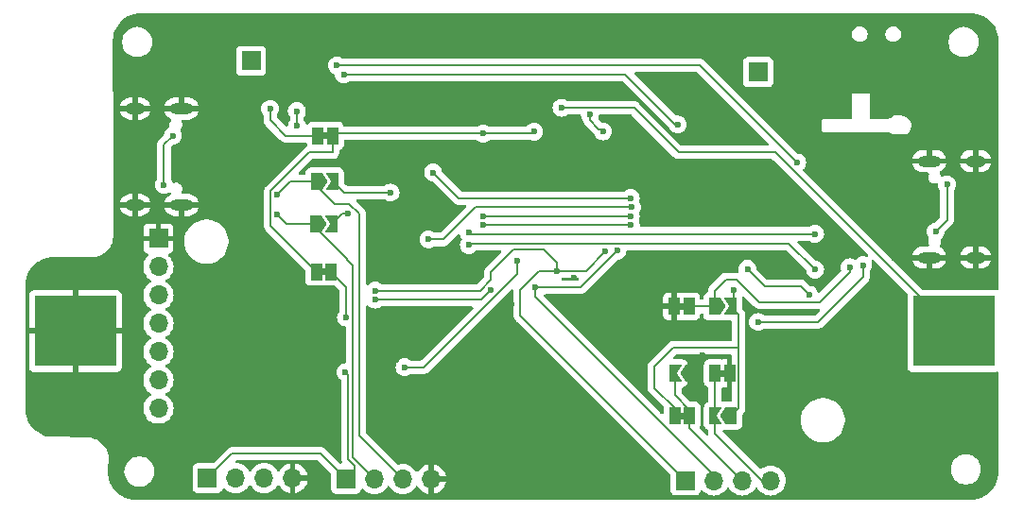
<source format=gbr>
%TF.GenerationSoftware,KiCad,Pcbnew,8.0.0*%
%TF.CreationDate,2024-06-26T14:25:48-05:00*%
%TF.ProjectId,CyberTastic,43796265-7254-4617-9374-69632e6b6963,rev?*%
%TF.SameCoordinates,Original*%
%TF.FileFunction,Copper,L2,Bot*%
%TF.FilePolarity,Positive*%
%FSLAX46Y46*%
G04 Gerber Fmt 4.6, Leading zero omitted, Abs format (unit mm)*
G04 Created by KiCad (PCBNEW 8.0.0) date 2024-06-26 14:25:48*
%MOMM*%
%LPD*%
G01*
G04 APERTURE LIST*
G04 Aperture macros list*
%AMFreePoly0*
4,1,6,1.000000,0.000000,0.500000,-0.750000,-0.500000,-0.750000,-0.500000,0.750000,0.500000,0.750000,1.000000,0.000000,1.000000,0.000000,$1*%
%AMFreePoly1*
4,1,6,0.500000,-0.750000,-0.650000,-0.750000,-0.150000,0.000000,-0.650000,0.750000,0.500000,0.750000,0.500000,-0.750000,0.500000,-0.750000,$1*%
G04 Aperture macros list end*
%TA.AperFunction,EtchedComponent*%
%ADD10C,0.000000*%
%TD*%
%TA.AperFunction,ComponentPad*%
%ADD11O,2.100000X1.000000*%
%TD*%
%TA.AperFunction,ComponentPad*%
%ADD12O,1.800000X1.000000*%
%TD*%
%TA.AperFunction,ComponentPad*%
%ADD13R,1.700000X1.700000*%
%TD*%
%TA.AperFunction,ComponentPad*%
%ADD14O,1.700000X1.700000*%
%TD*%
%TA.AperFunction,SMDPad,CuDef*%
%ADD15R,1.000000X1.500000*%
%TD*%
%TA.AperFunction,SMDPad,CuDef*%
%ADD16FreePoly0,0.000000*%
%TD*%
%TA.AperFunction,SMDPad,CuDef*%
%ADD17FreePoly1,0.000000*%
%TD*%
%TA.AperFunction,SMDPad,CuDef*%
%ADD18FreePoly0,180.000000*%
%TD*%
%TA.AperFunction,SMDPad,CuDef*%
%ADD19FreePoly1,180.000000*%
%TD*%
%TA.AperFunction,SMDPad,CuDef*%
%ADD20R,7.340000X6.350000*%
%TD*%
%TA.AperFunction,ViaPad*%
%ADD21C,0.600000*%
%TD*%
%TA.AperFunction,Conductor*%
%ADD22C,0.200000*%
%TD*%
G04 APERTURE END LIST*
D10*
%TA.AperFunction,EtchedComponent*%
%TO.C,JP4*%
G36*
X164550000Y-152900000D02*
G01*
X164050000Y-152900000D01*
X164050000Y-152300000D01*
X164550000Y-152300000D01*
X164550000Y-152900000D01*
G37*
%TD.AperFunction*%
%TA.AperFunction,EtchedComponent*%
%TO.C,JP2*%
G36*
X168150000Y-149100000D02*
G01*
X167650000Y-149100000D01*
X167650000Y-148500000D01*
X168150000Y-148500000D01*
X168150000Y-149100000D01*
G37*
%TD.AperFunction*%
%TA.AperFunction,EtchedComponent*%
%TO.C,JP10*%
G36*
X132450000Y-140000000D02*
G01*
X131950000Y-140000000D01*
X131950000Y-139400000D01*
X132450000Y-139400000D01*
X132450000Y-140000000D01*
G37*
%TD.AperFunction*%
%TA.AperFunction,EtchedComponent*%
%TO.C,JP5*%
G36*
X164500000Y-143100000D02*
G01*
X164000000Y-143100000D01*
X164000000Y-142500000D01*
X164500000Y-142500000D01*
X164500000Y-143100000D01*
G37*
%TD.AperFunction*%
%TA.AperFunction,EtchedComponent*%
%TO.C,JP9*%
G36*
X132600000Y-127800000D02*
G01*
X132100000Y-127800000D01*
X132100000Y-127200000D01*
X132600000Y-127200000D01*
X132600000Y-127800000D01*
G37*
%TD.AperFunction*%
%TD*%
D11*
%TO.P,J3,S1,SHIELD*%
%TO.N,VSS*%
X186412500Y-138420000D03*
D12*
X190562500Y-138420000D03*
D11*
X186412500Y-129780000D03*
D12*
X190562500Y-129780000D03*
%TD*%
D11*
%TO.P,J1,S1,SHIELD*%
%TO.N,VSS*%
X119472500Y-125075000D03*
D12*
X115322500Y-125075000D03*
D11*
X119472500Y-133715000D03*
D12*
X115322500Y-133715000D03*
%TD*%
D13*
%TO.P,J5,1,Pin_1*%
%TO.N,VSS*%
X117400000Y-136720000D03*
D14*
%TO.P,J5,2,Pin_2*%
%TO.N,P0.17*%
X117400000Y-139260000D03*
%TO.P,J5,3,Pin_3*%
%TO.N,P0.19*%
X117400000Y-141800000D03*
%TO.P,J5,4,Pin_4*%
%TO.N,P0.20*%
X117400000Y-144340000D03*
%TO.P,J5,5,Pin_5*%
%TO.N,P0.21*%
X117400000Y-146880000D03*
%TO.P,J5,6,Pin_6*%
%TO.N,P0.10*%
X117400000Y-149420000D03*
%TO.P,J5,7,Pin_7*%
%TO.N,P0.09*%
X117400000Y-151960000D03*
%TD*%
D13*
%TO.P,J6,1,Pin_1*%
%TO.N,Net-(J6-Pin_1)*%
X125700000Y-120800000D03*
%TD*%
%TO.P,J7,1,Pin_1*%
%TO.N,Net-(J7-Pin_1)*%
X171100000Y-121800000D03*
%TD*%
%TO.P,J9,1,Pin_1*%
%TO.N,VCC*%
X134200000Y-158260000D03*
D14*
%TO.P,J9,2,Pin_2*%
%TO.N,TX*%
X136740000Y-158260000D03*
%TO.P,J9,3,Pin_3*%
%TO.N,RX*%
X139280000Y-158260000D03*
%TO.P,J9,4,Pin_4*%
%TO.N,VSS*%
X141820000Y-158260000D03*
%TD*%
D13*
%TO.P,J4,1,Pin_1*%
%TO.N,VCC*%
X121800000Y-158200000D03*
D14*
%TO.P,J4,2,Pin_2*%
%TO.N,SWDCLK*%
X124340000Y-158200000D03*
%TO.P,J4,3,Pin_3*%
%TO.N,SWDIO*%
X126880000Y-158200000D03*
%TO.P,J4,4,Pin_4*%
%TO.N,VSS*%
X129420000Y-158200000D03*
%TD*%
D13*
%TO.P,J8,1,Pin_1*%
%TO.N,SDA*%
X164600000Y-158400000D03*
D14*
%TO.P,J8,2,Pin_2*%
%TO.N,SCL*%
X167140000Y-158400000D03*
%TO.P,J8,3,Pin_3*%
%TO.N,Net-(J8-Pin_3)*%
X169680000Y-158400000D03*
%TO.P,J8,4,Pin_4*%
%TO.N,Net-(J8-Pin_4)*%
X172220000Y-158400000D03*
%TD*%
D15*
%TO.P,JP4,1,A*%
%TO.N,Net-(J8-Pin_3)*%
X164950000Y-152600000D03*
%TO.P,JP4,2,B*%
%TO.N,VCC*%
X163650000Y-152600000D03*
%TD*%
D16*
%TO.P,JP7,1,A*%
%TO.N,RX*%
X131575000Y-131600000D03*
D17*
%TO.P,JP7,2,B*%
%TO.N,/TX{slash}MISO*%
X133025000Y-131600000D03*
%TD*%
D15*
%TO.P,JP2,1,A*%
%TO.N,VSS*%
X168550000Y-148800000D03*
%TO.P,JP2,2,B*%
%TO.N,Net-(J8-Pin_4)*%
X167250000Y-148800000D03*
%TD*%
D18*
%TO.P,JP3,1,A*%
%TO.N,VSS*%
X165100000Y-148800000D03*
D19*
%TO.P,JP3,2,B*%
%TO.N,Net-(J8-Pin_3)*%
X163650000Y-148800000D03*
%TD*%
D15*
%TO.P,JP10,1,A*%
%TO.N,Batt*%
X131550000Y-139700000D03*
%TO.P,JP10,2,B*%
%TO.N,Net-(JP10-B)*%
X132850000Y-139700000D03*
%TD*%
D16*
%TO.P,JP6,1,A*%
%TO.N,Data_Sel*%
X167200000Y-142800000D03*
D17*
%TO.P,JP6,2,B*%
%TO.N,VCC*%
X168650000Y-142800000D03*
%TD*%
D18*
%TO.P,JP1,1,A*%
%TO.N,VCC*%
X168700000Y-152600000D03*
D19*
%TO.P,JP1,2,B*%
%TO.N,Net-(J8-Pin_4)*%
X167250000Y-152600000D03*
%TD*%
D15*
%TO.P,JP5,1,A*%
%TO.N,VSS*%
X163600000Y-142800000D03*
%TO.P,JP5,2,B*%
%TO.N,Data_Sel*%
X164900000Y-142800000D03*
%TD*%
%TO.P,JP9,1,A*%
%TO.N,Net-(J6-Pin_1)*%
X131700000Y-127500000D03*
%TO.P,JP9,2,B*%
%TO.N,Batt*%
X133000000Y-127500000D03*
%TD*%
D20*
%TO.P,BT1,1,+*%
%TO.N,Batt*%
X188630000Y-145000000D03*
%TO.P,BT1,2,-*%
%TO.N,VSS*%
X109970000Y-145000000D03*
%TD*%
D16*
%TO.P,JP8,1,A*%
%TO.N,TX*%
X131500000Y-135400000D03*
D17*
%TO.P,JP8,2,B*%
%TO.N,/RX{slash}MOSI*%
X132950000Y-135400000D03*
%TD*%
D21*
%TO.N,VSS*%
X173100000Y-121800000D03*
X142200000Y-143600000D03*
X177200000Y-124600000D03*
X127700000Y-128800000D03*
X185700000Y-128400000D03*
X179100000Y-125500000D03*
X149000000Y-142600000D03*
X181700000Y-125200000D03*
X185500000Y-124500000D03*
X182100000Y-124400000D03*
X158000000Y-140700000D03*
X154600000Y-140200000D03*
X180100000Y-130500000D03*
X183100000Y-123800000D03*
X178900000Y-124400000D03*
X176000000Y-128600000D03*
X148400000Y-150800000D03*
X127800000Y-142600000D03*
X182000000Y-129500000D03*
X136200000Y-139700000D03*
X180300000Y-129500000D03*
X161400000Y-143700000D03*
X138200000Y-145300000D03*
X137400000Y-136500000D03*
X179900000Y-128600000D03*
X175200000Y-124300000D03*
X166000000Y-150700000D03*
X144900000Y-138900000D03*
X170900000Y-148000000D03*
X186400000Y-127200000D03*
X155500000Y-155500000D03*
X130600000Y-144700000D03*
X138719710Y-147596311D03*
X171700000Y-154200000D03*
X167500000Y-145300000D03*
X179200000Y-131100000D03*
X181700000Y-122400000D03*
X179900000Y-122500000D03*
X176000000Y-126500000D03*
X180713742Y-121515498D03*
X123700000Y-145000000D03*
X177100000Y-121700000D03*
X181300000Y-128100000D03*
X137300000Y-129600000D03*
X163800000Y-141000000D03*
X178700000Y-121860000D03*
X166100000Y-147200000D03*
X183500000Y-129500000D03*
X180300000Y-127900000D03*
X184500000Y-123900000D03*
X178100000Y-123500000D03*
X126900000Y-148400000D03*
X174200000Y-126800000D03*
X181200000Y-123100000D03*
X174900000Y-127700000D03*
X176300000Y-125500000D03*
X186200000Y-125600000D03*
X170800000Y-150700000D03*
%TO.N,Batt*%
X151027439Y-127145938D03*
X153500000Y-125000000D03*
X146500000Y-127300000D03*
%TO.N,+5V*%
X187000000Y-136100000D03*
X118700000Y-127500000D03*
X188015000Y-131885000D03*
X117900000Y-131900000D03*
%TO.N,VCC*%
X129800000Y-125300000D03*
X168900000Y-141299998D03*
X156033434Y-125614194D03*
X139453639Y-148246311D03*
X134150000Y-148700000D03*
X149500000Y-138700000D03*
X157214115Y-127122855D03*
X129800000Y-126600000D03*
%TO.N,Net-(J6-Pin_1)*%
X127400002Y-125100000D03*
%TO.N,SCL*%
X136800000Y-142200000D03*
X147200000Y-141300000D03*
X151100000Y-141100000D03*
X158500000Y-137800000D03*
%TO.N,SDA*%
X153100000Y-139600000D03*
X136800000Y-141400000D03*
X157400000Y-137900000D03*
%TO.N,TX*%
X128050000Y-134560689D03*
%TO.N,RX*%
X128050000Y-132759620D03*
%TO.N,Data_Sel*%
X179300000Y-139300000D03*
%TO.N,/TX{slash}MISO*%
X138200000Y-132600000D03*
X159700000Y-134700000D03*
X146500000Y-134700000D03*
%TO.N,/RX{slash}MOSI*%
X134400000Y-134500000D03*
X159700000Y-135500000D03*
X146500000Y-135500000D03*
%TO.N,/SCL{slash}CLK*%
X159800000Y-133900000D03*
X141600000Y-136800000D03*
%TO.N,/SDA{slash}CS*%
X159700000Y-133100000D03*
X142000000Y-130800000D03*
%TO.N,Timepulse*%
X180500000Y-139100000D03*
X171100000Y-144200000D03*
%TO.N,LND_EN*%
X134000000Y-122000000D03*
X163900000Y-126500000D03*
%TO.N,SAFEBOOT*%
X176200000Y-139500000D03*
X145200000Y-137300000D03*
%TO.N,EXTINT*%
X176200000Y-136300000D03*
X145200000Y-136200000D03*
%TO.N,RESET*%
X174600000Y-129900000D03*
X133400000Y-121200000D03*
%TO.N,Net-(JP10-B)*%
X134200000Y-143800000D03*
%TO.N,Net-(BT2-+)*%
X170150000Y-139450000D03*
X175670653Y-141750000D03*
%TD*%
D22*
%TO.N,Net-(JP10-B)*%
X134200000Y-143800000D02*
X134200000Y-141050000D01*
X132850000Y-139700000D02*
X134200000Y-141050000D01*
%TO.N,TX*%
X131500000Y-135781336D02*
X131500000Y-135400000D01*
X134300000Y-138581336D02*
X131500000Y-135781336D01*
X134300000Y-138600000D02*
X134300000Y-138581336D01*
X134800000Y-139100000D02*
X134300000Y-138600000D01*
X136740000Y-158260000D02*
X134800000Y-156320000D01*
X134800000Y-156320000D02*
X134800000Y-139100000D01*
%TO.N,Net-(J6-Pin_1)*%
X128800000Y-127500000D02*
X127400002Y-126100002D01*
X131700000Y-127500000D02*
X128800000Y-127500000D01*
X127400002Y-126100002D02*
X127400002Y-125100000D01*
%TO.N,/SCL{slash}CLK*%
X142900000Y-136800000D02*
X141600000Y-136800000D01*
X145800000Y-133900000D02*
X142900000Y-136800000D01*
X159800000Y-133900000D02*
X145800000Y-133900000D01*
%TO.N,/SDA{slash}CS*%
X144300000Y-133100000D02*
X142000000Y-130800000D01*
X159700000Y-133100000D02*
X144300000Y-133100000D01*
%TO.N,VCC*%
X141172928Y-148246311D02*
X139453639Y-148246311D01*
X149500000Y-139919239D02*
X141172928Y-148246311D01*
X149500000Y-138700000D02*
X149500000Y-139919239D01*
%TO.N,Batt*%
X160000000Y-125000000D02*
X153500000Y-125000000D01*
X146500000Y-127300000D02*
X133200000Y-127300000D01*
X133000000Y-129000000D02*
X133000000Y-127500000D01*
X131550000Y-139700000D02*
X127450000Y-135600000D01*
X146500000Y-127300000D02*
X150873377Y-127300000D01*
X130916529Y-129000000D02*
X133000000Y-129000000D01*
X164000000Y-129000000D02*
X160000000Y-125000000D01*
X127450000Y-135600000D02*
X127450000Y-132466529D01*
X188630000Y-145000000D02*
X172630000Y-129000000D01*
X127450000Y-132466529D02*
X130916529Y-129000000D01*
X172630000Y-129000000D02*
X164000000Y-129000000D01*
X133200000Y-127300000D02*
X133000000Y-127500000D01*
X150873377Y-127300000D02*
X151027439Y-127145938D01*
%TO.N,+5V*%
X187000000Y-136100000D02*
X188015000Y-135085000D01*
X188015000Y-135085000D02*
X188015000Y-131885000D01*
X117900000Y-128300000D02*
X118700000Y-127500000D01*
X117900000Y-131900000D02*
X117900000Y-128300000D01*
%TO.N,VCC*%
X121800000Y-158200000D02*
X124000000Y-156000000D01*
X156834314Y-126900000D02*
X156033434Y-126099120D01*
X169350000Y-143550000D02*
X169350000Y-146500000D01*
X168650000Y-142800000D02*
X168900000Y-142550000D01*
X135000000Y-157460000D02*
X135000000Y-157085686D01*
X156991260Y-126900000D02*
X156834314Y-126900000D01*
X168650000Y-142850000D02*
X169350000Y-143550000D01*
X134200000Y-158260000D02*
X135000000Y-157460000D01*
X169350000Y-150700000D02*
X169350000Y-151950000D01*
X163500000Y-146500000D02*
X169350000Y-146500000D01*
X131940000Y-156000000D02*
X134200000Y-158260000D01*
X134400000Y-156485685D02*
X134400000Y-148950000D01*
X156033434Y-126099120D02*
X156033434Y-125614194D01*
X169350000Y-146500000D02*
X169350000Y-150700000D01*
X135000000Y-157085686D02*
X134400000Y-156485685D01*
X157214115Y-127122855D02*
X156991260Y-126900000D01*
X168650000Y-142800000D02*
X168650000Y-142850000D01*
X124000000Y-156000000D02*
X131940000Y-156000000D01*
X163650000Y-152600000D02*
X163650000Y-151950000D01*
X134400000Y-148950000D02*
X134150000Y-148700000D01*
X161800000Y-150100000D02*
X161800000Y-148200000D01*
X129800000Y-125300000D02*
X129800000Y-126600000D01*
X168900000Y-142550000D02*
X168900000Y-141299998D01*
X161800000Y-148200000D02*
X163500000Y-146500000D01*
X169350000Y-151950000D02*
X168700000Y-152600000D01*
X163650000Y-151950000D02*
X161800000Y-150100000D01*
%TO.N,Net-(J8-Pin_3)*%
X164950000Y-152050000D02*
X164950000Y-152600000D01*
X163650000Y-150750000D02*
X164950000Y-152050000D01*
X164950000Y-152600000D02*
X164950000Y-153670000D01*
X164950000Y-153670000D02*
X169680000Y-158400000D01*
X163650000Y-148800000D02*
X163650000Y-150750000D01*
%TO.N,SCL*%
X167140000Y-157940000D02*
X167140000Y-158400000D01*
X158500000Y-137800000D02*
X155200000Y-141100000D01*
X136800000Y-142200000D02*
X146300000Y-142200000D01*
X155200000Y-141100000D02*
X151100000Y-141100000D01*
X151100000Y-141900000D02*
X167140000Y-157940000D01*
X151100000Y-141100000D02*
X151100000Y-141900000D01*
X146300000Y-142200000D02*
X147200000Y-141300000D01*
%TO.N,Net-(J8-Pin_4)*%
X167250000Y-152600000D02*
X167250000Y-154200000D01*
X171450000Y-158400000D02*
X172220000Y-158400000D01*
X167250000Y-154200000D02*
X171450000Y-158400000D01*
X167250000Y-148800000D02*
X167250000Y-152600000D01*
%TO.N,SDA*%
X149800000Y-143600000D02*
X164600000Y-158400000D01*
X153100000Y-138900000D02*
X153100000Y-139600000D01*
X157400000Y-137900000D02*
X155700000Y-139600000D01*
X155700000Y-139600000D02*
X153100000Y-139600000D01*
X149800000Y-141300000D02*
X149800000Y-143600000D01*
X149200000Y-137700000D02*
X151900000Y-137700000D01*
X136800000Y-141400000D02*
X146200000Y-141400000D01*
X151500000Y-139600000D02*
X149800000Y-141300000D01*
X147200000Y-140400000D02*
X147200000Y-139700000D01*
X151900000Y-137700000D02*
X153100000Y-138900000D01*
X146200000Y-141400000D02*
X147200000Y-140400000D01*
X153100000Y-139600000D02*
X151500000Y-139600000D01*
X147200000Y-139700000D02*
X149200000Y-137700000D01*
%TO.N,TX*%
X128889311Y-135400000D02*
X128050000Y-134560689D01*
X131500000Y-135400000D02*
X128889311Y-135400000D01*
%TO.N,RX*%
X139280000Y-158260000D02*
X135400000Y-154380000D01*
X135400000Y-154380000D02*
X135400000Y-134500000D01*
X133193664Y-133600000D02*
X131575000Y-131981336D01*
X131575000Y-131600000D02*
X129209620Y-131600000D01*
X129209620Y-131600000D02*
X128050000Y-132759620D01*
X134500000Y-133600000D02*
X133193664Y-133600000D01*
X131575000Y-131981336D02*
X131575000Y-131600000D01*
X135400000Y-134500000D02*
X134500000Y-133600000D01*
%TO.N,Data_Sel*%
X179300000Y-139300000D02*
X179300000Y-139700000D01*
X171200000Y-142400000D02*
X169200000Y-140400000D01*
X176600000Y-142400000D02*
X171200000Y-142400000D01*
X169200000Y-140400000D02*
X168200000Y-140400000D01*
X179300000Y-139700000D02*
X176600000Y-142400000D01*
X168200000Y-140400000D02*
X167200000Y-141400000D01*
X167200000Y-142800000D02*
X164900000Y-142800000D01*
X167200000Y-141400000D02*
X167200000Y-142800000D01*
%TO.N,/TX{slash}MISO*%
X159700000Y-134700000D02*
X146500000Y-134700000D01*
X138200000Y-132600000D02*
X134025000Y-132600000D01*
X134025000Y-132600000D02*
X133025000Y-131600000D01*
%TO.N,/RX{slash}MOSI*%
X159700000Y-135500000D02*
X159200000Y-135500000D01*
X133850000Y-134500000D02*
X134400000Y-134500000D01*
X159200000Y-135500000D02*
X146500000Y-135500000D01*
X132950000Y-135400000D02*
X133850000Y-134500000D01*
%TO.N,Timepulse*%
X180500000Y-140165685D02*
X176465685Y-144200000D01*
X180500000Y-139100000D02*
X180500000Y-140165685D01*
X176465685Y-144200000D02*
X171100000Y-144200000D01*
%TO.N,LND_EN*%
X163900000Y-126500000D02*
X163700000Y-126500000D01*
X163700000Y-126500000D02*
X159200000Y-122000000D01*
X159200000Y-122000000D02*
X134000000Y-122000000D01*
%TO.N,SAFEBOOT*%
X176200000Y-139500000D02*
X173850000Y-137150000D01*
X145350000Y-137150000D02*
X145200000Y-137300000D01*
X173850000Y-137150000D02*
X145350000Y-137150000D01*
%TO.N,EXTINT*%
X145300000Y-136300000D02*
X145200000Y-136200000D01*
X176200000Y-136300000D02*
X145300000Y-136300000D01*
%TO.N,RESET*%
X165900000Y-121200000D02*
X174600000Y-129900000D01*
X133400000Y-121200000D02*
X165900000Y-121200000D01*
%TO.N,Net-(BT2-+)*%
X170150000Y-139450000D02*
X171700000Y-141000000D01*
X171700000Y-141000000D02*
X174920653Y-141000000D01*
X174920653Y-141000000D02*
X175670653Y-141750000D01*
%TD*%
%TA.AperFunction,Conductor*%
%TO.N,VSS*%
G36*
X190125069Y-116500727D02*
G01*
X190415113Y-116518273D01*
X190429973Y-116520077D01*
X190712114Y-116571783D01*
X190726640Y-116575364D01*
X191000493Y-116660701D01*
X191014480Y-116666006D01*
X191276052Y-116783732D01*
X191289299Y-116790684D01*
X191534768Y-116939078D01*
X191547087Y-116947581D01*
X191772875Y-117124475D01*
X191784083Y-117134405D01*
X191986905Y-117337228D01*
X191996828Y-117348428D01*
X192008902Y-117363839D01*
X192173725Y-117574222D01*
X192182231Y-117586545D01*
X192330618Y-117832008D01*
X192337577Y-117845267D01*
X192455297Y-118106833D01*
X192460606Y-118120834D01*
X192545937Y-118394670D01*
X192549521Y-118409209D01*
X192601223Y-118691341D01*
X192603028Y-118706205D01*
X192614067Y-118888701D01*
X192617419Y-118944111D01*
X192620594Y-118996587D01*
X192620820Y-119004074D01*
X192620820Y-141231885D01*
X192601135Y-141298924D01*
X192548331Y-141344679D01*
X192479173Y-141354623D01*
X192453487Y-141348067D01*
X192407482Y-141330908D01*
X192407483Y-141330908D01*
X192347883Y-141324501D01*
X192347881Y-141324500D01*
X192347873Y-141324500D01*
X192347865Y-141324500D01*
X185855097Y-141324500D01*
X185788058Y-141304815D01*
X185767416Y-141288181D01*
X183149235Y-138670000D01*
X184892638Y-138670000D01*
X184900930Y-138711690D01*
X184900930Y-138711692D01*
X184976307Y-138893671D01*
X184976314Y-138893684D01*
X185085748Y-139057462D01*
X185085751Y-139057466D01*
X185225033Y-139196748D01*
X185225037Y-139196751D01*
X185388815Y-139306185D01*
X185388828Y-139306192D01*
X185570806Y-139381569D01*
X185570818Y-139381572D01*
X185764004Y-139419999D01*
X185764008Y-139420000D01*
X186162500Y-139420000D01*
X186162500Y-138720000D01*
X186662500Y-138720000D01*
X186662500Y-139420000D01*
X187060992Y-139420000D01*
X187060995Y-139419999D01*
X187254181Y-139381572D01*
X187254193Y-139381569D01*
X187436171Y-139306192D01*
X187436184Y-139306185D01*
X187599962Y-139196751D01*
X187599966Y-139196748D01*
X187739248Y-139057466D01*
X187739251Y-139057462D01*
X187848685Y-138893684D01*
X187848692Y-138893671D01*
X187924069Y-138711692D01*
X187924069Y-138711690D01*
X187932362Y-138670000D01*
X189192638Y-138670000D01*
X189200930Y-138711690D01*
X189200930Y-138711692D01*
X189276307Y-138893671D01*
X189276314Y-138893684D01*
X189385748Y-139057462D01*
X189385751Y-139057466D01*
X189525033Y-139196748D01*
X189525037Y-139196751D01*
X189688815Y-139306185D01*
X189688828Y-139306192D01*
X189870806Y-139381569D01*
X189870818Y-139381572D01*
X190064004Y-139419999D01*
X190064008Y-139420000D01*
X190312500Y-139420000D01*
X190312500Y-138720000D01*
X190812500Y-138720000D01*
X190812500Y-139420000D01*
X191060992Y-139420000D01*
X191060995Y-139419999D01*
X191254181Y-139381572D01*
X191254193Y-139381569D01*
X191436171Y-139306192D01*
X191436184Y-139306185D01*
X191599962Y-139196751D01*
X191599966Y-139196748D01*
X191739248Y-139057466D01*
X191739251Y-139057462D01*
X191848685Y-138893684D01*
X191848692Y-138893671D01*
X191924069Y-138711692D01*
X191924069Y-138711690D01*
X191932362Y-138670000D01*
X191129488Y-138670000D01*
X191146705Y-138660060D01*
X191202560Y-138604205D01*
X191242056Y-138535796D01*
X191262500Y-138459496D01*
X191262500Y-138380504D01*
X191242056Y-138304204D01*
X191202560Y-138235795D01*
X191146705Y-138179940D01*
X191129488Y-138170000D01*
X191932362Y-138170000D01*
X191924069Y-138128309D01*
X191924069Y-138128307D01*
X191848692Y-137946328D01*
X191848685Y-137946315D01*
X191739251Y-137782537D01*
X191739248Y-137782533D01*
X191599966Y-137643251D01*
X191599961Y-137643247D01*
X191436184Y-137533814D01*
X191436171Y-137533807D01*
X191254193Y-137458430D01*
X191254181Y-137458427D01*
X191060995Y-137420000D01*
X190812500Y-137420000D01*
X190812500Y-138120000D01*
X190312500Y-138120000D01*
X190312500Y-137420000D01*
X190064004Y-137420000D01*
X189870818Y-137458427D01*
X189870806Y-137458430D01*
X189688828Y-137533807D01*
X189688815Y-137533814D01*
X189525039Y-137643247D01*
X189525033Y-137643251D01*
X189385751Y-137782533D01*
X189385748Y-137782537D01*
X189276314Y-137946315D01*
X189276307Y-137946328D01*
X189200930Y-138128307D01*
X189200930Y-138128309D01*
X189192638Y-138170000D01*
X189995512Y-138170000D01*
X189978295Y-138179940D01*
X189922440Y-138235795D01*
X189882944Y-138304204D01*
X189862500Y-138380504D01*
X189862500Y-138459496D01*
X189882944Y-138535796D01*
X189922440Y-138604205D01*
X189978295Y-138660060D01*
X189995512Y-138670000D01*
X189192638Y-138670000D01*
X187932362Y-138670000D01*
X187129488Y-138670000D01*
X187146705Y-138660060D01*
X187202560Y-138604205D01*
X187242056Y-138535796D01*
X187262500Y-138459496D01*
X187262500Y-138380504D01*
X187242056Y-138304204D01*
X187202560Y-138235795D01*
X187146705Y-138179940D01*
X187129488Y-138170000D01*
X187932362Y-138170000D01*
X187924069Y-138128309D01*
X187924069Y-138128307D01*
X187848692Y-137946328D01*
X187848685Y-137946315D01*
X187739251Y-137782537D01*
X187739248Y-137782533D01*
X187599966Y-137643251D01*
X187599961Y-137643247D01*
X187436184Y-137533814D01*
X187436174Y-137533809D01*
X187426657Y-137529867D01*
X187372254Y-137486026D01*
X187350189Y-137419731D01*
X187367469Y-137352032D01*
X187371148Y-137346597D01*
X187373012Y-137343367D01*
X187373015Y-137343365D01*
X187448781Y-137212135D01*
X187488000Y-137065766D01*
X187488000Y-136914234D01*
X187470570Y-136849184D01*
X187472233Y-136779340D01*
X187502664Y-136729414D01*
X187565375Y-136666703D01*
X187629816Y-136602262D01*
X187725789Y-136449522D01*
X187785368Y-136279255D01*
X187795161Y-136192329D01*
X187822226Y-136127918D01*
X187830689Y-136118544D01*
X188495520Y-135453716D01*
X188574577Y-135316784D01*
X188615501Y-135164057D01*
X188615501Y-135005942D01*
X188615501Y-134998347D01*
X188615500Y-134998329D01*
X188615500Y-132467412D01*
X188635185Y-132400373D01*
X188642555Y-132390097D01*
X188644810Y-132387267D01*
X188644816Y-132387262D01*
X188740789Y-132234522D01*
X188800368Y-132064255D01*
X188809184Y-131986009D01*
X188820565Y-131885003D01*
X188820565Y-131884996D01*
X188800369Y-131705750D01*
X188800368Y-131705745D01*
X188782138Y-131653646D01*
X188740789Y-131535478D01*
X188644816Y-131382738D01*
X188517262Y-131255184D01*
X188398671Y-131180668D01*
X188364523Y-131159211D01*
X188194254Y-131099631D01*
X188194249Y-131099630D01*
X188015004Y-131079435D01*
X188014996Y-131079435D01*
X187835750Y-131099630D01*
X187835745Y-131099631D01*
X187665474Y-131159212D01*
X187661556Y-131161674D01*
X187594318Y-131180668D01*
X187527484Y-131160296D01*
X187482274Y-131107025D01*
X187475819Y-131088774D01*
X187448781Y-130987865D01*
X187443809Y-130979254D01*
X187410550Y-130921647D01*
X187373015Y-130856635D01*
X187373013Y-130856633D01*
X187368951Y-130849597D01*
X187371154Y-130848325D01*
X187350541Y-130795022D01*
X187364573Y-130726576D01*
X187413382Y-130676582D01*
X187426663Y-130670129D01*
X187436182Y-130666186D01*
X187436184Y-130666185D01*
X187599962Y-130556751D01*
X187599966Y-130556748D01*
X187739248Y-130417466D01*
X187739251Y-130417462D01*
X187848685Y-130253684D01*
X187848692Y-130253671D01*
X187924069Y-130071692D01*
X187924069Y-130071690D01*
X187932362Y-130030000D01*
X189192638Y-130030000D01*
X189200930Y-130071690D01*
X189200930Y-130071692D01*
X189276307Y-130253671D01*
X189276314Y-130253684D01*
X189385748Y-130417462D01*
X189385751Y-130417466D01*
X189525033Y-130556748D01*
X189525037Y-130556751D01*
X189688815Y-130666185D01*
X189688828Y-130666192D01*
X189870806Y-130741569D01*
X189870818Y-130741572D01*
X190064004Y-130779999D01*
X190064008Y-130780000D01*
X190312500Y-130780000D01*
X190312500Y-130080000D01*
X190812500Y-130080000D01*
X190812500Y-130780000D01*
X191060992Y-130780000D01*
X191060995Y-130779999D01*
X191254181Y-130741572D01*
X191254193Y-130741569D01*
X191436171Y-130666192D01*
X191436184Y-130666185D01*
X191599962Y-130556751D01*
X191599966Y-130556748D01*
X191739248Y-130417466D01*
X191739251Y-130417462D01*
X191848685Y-130253684D01*
X191848692Y-130253671D01*
X191924069Y-130071692D01*
X191924069Y-130071690D01*
X191932362Y-130030000D01*
X191129488Y-130030000D01*
X191146705Y-130020060D01*
X191202560Y-129964205D01*
X191242056Y-129895796D01*
X191262500Y-129819496D01*
X191262500Y-129740504D01*
X191242056Y-129664204D01*
X191202560Y-129595795D01*
X191146705Y-129539940D01*
X191129488Y-129530000D01*
X191932362Y-129530000D01*
X191924069Y-129488309D01*
X191924069Y-129488307D01*
X191848692Y-129306328D01*
X191848685Y-129306315D01*
X191739251Y-129142537D01*
X191739248Y-129142533D01*
X191599966Y-129003251D01*
X191599962Y-129003248D01*
X191436184Y-128893814D01*
X191436171Y-128893807D01*
X191254193Y-128818430D01*
X191254181Y-128818427D01*
X191060995Y-128780000D01*
X190812500Y-128780000D01*
X190812500Y-129480000D01*
X190312500Y-129480000D01*
X190312500Y-128780000D01*
X190064004Y-128780000D01*
X189870818Y-128818427D01*
X189870806Y-128818430D01*
X189688828Y-128893807D01*
X189688815Y-128893814D01*
X189525037Y-129003248D01*
X189525033Y-129003251D01*
X189385751Y-129142533D01*
X189385748Y-129142537D01*
X189276314Y-129306315D01*
X189276307Y-129306328D01*
X189200930Y-129488307D01*
X189200930Y-129488309D01*
X189192638Y-129530000D01*
X189995512Y-129530000D01*
X189978295Y-129539940D01*
X189922440Y-129595795D01*
X189882944Y-129664204D01*
X189862500Y-129740504D01*
X189862500Y-129819496D01*
X189882944Y-129895796D01*
X189922440Y-129964205D01*
X189978295Y-130020060D01*
X189995512Y-130030000D01*
X189192638Y-130030000D01*
X187932362Y-130030000D01*
X187129488Y-130030000D01*
X187146705Y-130020060D01*
X187202560Y-129964205D01*
X187242056Y-129895796D01*
X187262500Y-129819496D01*
X187262500Y-129740504D01*
X187242056Y-129664204D01*
X187202560Y-129595795D01*
X187146705Y-129539940D01*
X187129488Y-129530000D01*
X187932362Y-129530000D01*
X187924069Y-129488309D01*
X187924069Y-129488307D01*
X187848692Y-129306328D01*
X187848685Y-129306315D01*
X187739251Y-129142537D01*
X187739248Y-129142533D01*
X187599966Y-129003251D01*
X187599962Y-129003248D01*
X187436184Y-128893814D01*
X187436171Y-128893807D01*
X187254193Y-128818430D01*
X187254181Y-128818427D01*
X187060995Y-128780000D01*
X186662500Y-128780000D01*
X186662500Y-129480000D01*
X186162500Y-129480000D01*
X186162500Y-128780000D01*
X185764004Y-128780000D01*
X185570818Y-128818427D01*
X185570806Y-128818430D01*
X185388828Y-128893807D01*
X185388815Y-128893814D01*
X185225037Y-129003248D01*
X185225033Y-129003251D01*
X185085751Y-129142533D01*
X185085748Y-129142537D01*
X184976314Y-129306315D01*
X184976307Y-129306328D01*
X184900930Y-129488307D01*
X184900930Y-129488309D01*
X184892638Y-129530000D01*
X185695512Y-129530000D01*
X185678295Y-129539940D01*
X185622440Y-129595795D01*
X185582944Y-129664204D01*
X185562500Y-129740504D01*
X185562500Y-129819496D01*
X185582944Y-129895796D01*
X185622440Y-129964205D01*
X185678295Y-130020060D01*
X185695512Y-130030000D01*
X184892638Y-130030000D01*
X184900930Y-130071690D01*
X184900930Y-130071692D01*
X184976307Y-130253671D01*
X184976314Y-130253684D01*
X185085748Y-130417462D01*
X185085751Y-130417466D01*
X185225033Y-130556748D01*
X185225037Y-130556751D01*
X185388815Y-130666185D01*
X185388828Y-130666192D01*
X185570806Y-130741569D01*
X185570818Y-130741572D01*
X185764004Y-130779999D01*
X185764008Y-130780000D01*
X186281455Y-130780000D01*
X186348494Y-130799685D01*
X186394249Y-130852489D01*
X186404193Y-130921647D01*
X186388842Y-130966000D01*
X186376220Y-130987861D01*
X186376220Y-130987862D01*
X186376220Y-130987863D01*
X186376219Y-130987865D01*
X186344291Y-131107025D01*
X186337000Y-131134234D01*
X186337000Y-131285765D01*
X186376219Y-131432136D01*
X186414102Y-131497750D01*
X186451985Y-131563365D01*
X186559135Y-131670515D01*
X186690365Y-131746281D01*
X186836734Y-131785500D01*
X186836736Y-131785500D01*
X186988263Y-131785500D01*
X186988266Y-131785500D01*
X187053345Y-131768062D01*
X187123191Y-131769725D01*
X187181053Y-131808887D01*
X187208558Y-131873115D01*
X187209076Y-131881825D01*
X187229630Y-132064249D01*
X187229631Y-132064254D01*
X187289211Y-132234523D01*
X187345748Y-132324500D01*
X187368535Y-132360766D01*
X187385185Y-132387263D01*
X187387445Y-132390097D01*
X187388334Y-132392275D01*
X187388889Y-132393158D01*
X187388734Y-132393255D01*
X187413855Y-132454783D01*
X187414500Y-132467412D01*
X187414500Y-134784902D01*
X187394815Y-134851941D01*
X187378181Y-134872583D01*
X186981465Y-135269298D01*
X186920142Y-135302783D01*
X186907668Y-135304837D01*
X186820750Y-135314630D01*
X186650478Y-135374210D01*
X186497737Y-135470184D01*
X186370184Y-135597737D01*
X186274211Y-135750476D01*
X186214631Y-135920745D01*
X186214630Y-135920750D01*
X186194435Y-136099996D01*
X186194435Y-136100003D01*
X186214630Y-136279249D01*
X186214631Y-136279254D01*
X186274211Y-136449523D01*
X186370184Y-136602262D01*
X186374525Y-136607705D01*
X186372673Y-136609181D01*
X186400829Y-136660745D01*
X186395845Y-136730437D01*
X186387052Y-136749099D01*
X186376222Y-136767858D01*
X186376219Y-136767865D01*
X186337000Y-136914234D01*
X186337000Y-137065766D01*
X186369196Y-137185925D01*
X186376220Y-137212137D01*
X186376220Y-137212138D01*
X186388842Y-137234000D01*
X186405315Y-137301901D01*
X186382462Y-137367927D01*
X186327541Y-137411118D01*
X186281455Y-137420000D01*
X185764004Y-137420000D01*
X185570818Y-137458427D01*
X185570806Y-137458430D01*
X185388828Y-137533807D01*
X185388815Y-137533814D01*
X185225039Y-137643247D01*
X185225033Y-137643251D01*
X185085751Y-137782533D01*
X185085748Y-137782537D01*
X184976314Y-137946315D01*
X184976307Y-137946328D01*
X184900930Y-138128307D01*
X184900930Y-138128309D01*
X184892638Y-138170000D01*
X185695512Y-138170000D01*
X185678295Y-138179940D01*
X185622440Y-138235795D01*
X185582944Y-138304204D01*
X185562500Y-138380504D01*
X185562500Y-138459496D01*
X185582944Y-138535796D01*
X185622440Y-138604205D01*
X185678295Y-138660060D01*
X185695512Y-138670000D01*
X184892638Y-138670000D01*
X183149235Y-138670000D01*
X175143337Y-130664102D01*
X175109852Y-130602779D01*
X175114836Y-130533087D01*
X175143333Y-130488744D01*
X175229816Y-130402262D01*
X175325789Y-130249522D01*
X175385368Y-130079255D01*
X175385369Y-130079249D01*
X175405565Y-129900003D01*
X175405565Y-129899996D01*
X175385369Y-129720750D01*
X175385368Y-129720745D01*
X175356001Y-129636819D01*
X175325789Y-129550478D01*
X175229816Y-129397738D01*
X175102262Y-129270184D01*
X174949521Y-129174210D01*
X174779249Y-129114630D01*
X174692330Y-129104837D01*
X174627916Y-129077770D01*
X174618533Y-129069298D01*
X172549235Y-127000000D01*
X176800000Y-127000000D01*
X177000000Y-127200000D01*
X182762456Y-127200000D01*
X182829495Y-127219685D01*
X182831239Y-127220826D01*
X183100000Y-127400000D01*
X184400000Y-127400000D01*
X184700000Y-127100000D01*
X184800000Y-126700000D01*
X184800000Y-126400000D01*
X184700000Y-126100000D01*
X184400000Y-125800000D01*
X183900000Y-125700000D01*
X183200000Y-125700000D01*
X183199999Y-125700000D01*
X183026548Y-125873452D01*
X182965225Y-125906937D01*
X182963185Y-125907363D01*
X182512040Y-125997592D01*
X182487722Y-126000000D01*
X181224000Y-126000000D01*
X181156961Y-125980315D01*
X181111206Y-125927511D01*
X181100000Y-125876000D01*
X181100000Y-123700000D01*
X179500000Y-123700000D01*
X179500000Y-125876000D01*
X179480315Y-125943039D01*
X179427511Y-125988794D01*
X179376000Y-126000000D01*
X176900000Y-126000000D01*
X176899999Y-126000000D01*
X176899998Y-126000001D01*
X176810470Y-126179059D01*
X176800000Y-126200000D01*
X176800000Y-127000000D01*
X172549235Y-127000000D01*
X168247105Y-122697870D01*
X169749500Y-122697870D01*
X169749501Y-122697876D01*
X169755908Y-122757483D01*
X169806202Y-122892328D01*
X169806206Y-122892335D01*
X169892452Y-123007544D01*
X169892455Y-123007547D01*
X170007664Y-123093793D01*
X170007671Y-123093797D01*
X170142517Y-123144091D01*
X170142516Y-123144091D01*
X170149444Y-123144835D01*
X170202127Y-123150500D01*
X171997872Y-123150499D01*
X172057483Y-123144091D01*
X172192331Y-123093796D01*
X172307546Y-123007546D01*
X172393796Y-122892331D01*
X172444091Y-122757483D01*
X172450500Y-122697873D01*
X172450499Y-120902128D01*
X172444091Y-120842517D01*
X172439901Y-120831284D01*
X172393797Y-120707671D01*
X172393793Y-120707664D01*
X172307547Y-120592455D01*
X172307544Y-120592452D01*
X172192335Y-120506206D01*
X172192328Y-120506202D01*
X172057482Y-120455908D01*
X172057483Y-120455908D01*
X171997883Y-120449501D01*
X171997881Y-120449500D01*
X171997873Y-120449500D01*
X171997864Y-120449500D01*
X170202129Y-120449500D01*
X170202123Y-120449501D01*
X170142516Y-120455908D01*
X170007671Y-120506202D01*
X170007664Y-120506206D01*
X169892455Y-120592452D01*
X169892452Y-120592455D01*
X169806206Y-120707664D01*
X169806202Y-120707671D01*
X169755908Y-120842517D01*
X169749501Y-120902116D01*
X169749501Y-120902123D01*
X169749500Y-120902135D01*
X169749500Y-122697870D01*
X168247105Y-122697870D01*
X166387590Y-120838355D01*
X166387588Y-120838352D01*
X166268717Y-120719481D01*
X166268709Y-120719475D01*
X166166936Y-120660717D01*
X166166934Y-120660716D01*
X166131790Y-120640425D01*
X166131789Y-120640424D01*
X166119263Y-120637067D01*
X165979057Y-120599499D01*
X165820943Y-120599499D01*
X165813347Y-120599499D01*
X165813331Y-120599500D01*
X133982412Y-120599500D01*
X133915373Y-120579815D01*
X133905097Y-120572445D01*
X133902263Y-120570185D01*
X133902262Y-120570184D01*
X133800439Y-120506204D01*
X133749523Y-120474211D01*
X133579254Y-120414631D01*
X133579249Y-120414630D01*
X133400004Y-120394435D01*
X133399996Y-120394435D01*
X133220750Y-120414630D01*
X133220745Y-120414631D01*
X133050476Y-120474211D01*
X132897737Y-120570184D01*
X132770184Y-120697737D01*
X132674211Y-120850476D01*
X132614631Y-121020745D01*
X132614630Y-121020750D01*
X132594435Y-121199996D01*
X132594435Y-121200003D01*
X132614630Y-121379249D01*
X132614631Y-121379254D01*
X132674211Y-121549523D01*
X132767421Y-121697864D01*
X132770184Y-121702262D01*
X132897738Y-121829816D01*
X133050478Y-121925789D01*
X133090264Y-121939710D01*
X133118095Y-121949449D01*
X133174871Y-121990171D01*
X133200361Y-122052607D01*
X133214630Y-122179250D01*
X133214631Y-122179254D01*
X133274211Y-122349523D01*
X133370184Y-122502262D01*
X133497738Y-122629816D01*
X133650478Y-122725789D01*
X133820745Y-122785368D01*
X133820750Y-122785369D01*
X133999996Y-122805565D01*
X134000000Y-122805565D01*
X134000004Y-122805565D01*
X134179249Y-122785369D01*
X134179252Y-122785368D01*
X134179255Y-122785368D01*
X134349522Y-122725789D01*
X134502262Y-122629816D01*
X134502267Y-122629810D01*
X134505097Y-122627555D01*
X134507275Y-122626665D01*
X134508158Y-122626111D01*
X134508255Y-122626265D01*
X134569783Y-122601145D01*
X134582412Y-122600500D01*
X158899903Y-122600500D01*
X158966942Y-122620185D01*
X158987584Y-122636819D01*
X163140162Y-126789397D01*
X163169522Y-126836121D01*
X163174212Y-126849524D01*
X163221750Y-126925180D01*
X163270184Y-127002262D01*
X163397738Y-127129816D01*
X163488080Y-127186582D01*
X163540763Y-127219685D01*
X163550478Y-127225789D01*
X163720745Y-127285368D01*
X163720750Y-127285369D01*
X163899996Y-127305565D01*
X163900000Y-127305565D01*
X163900004Y-127305565D01*
X164079249Y-127285369D01*
X164079252Y-127285368D01*
X164079255Y-127285368D01*
X164249522Y-127225789D01*
X164402262Y-127129816D01*
X164529816Y-127002262D01*
X164625789Y-126849522D01*
X164685368Y-126679255D01*
X164686035Y-126673334D01*
X164705565Y-126500003D01*
X164705565Y-126499996D01*
X164685369Y-126320750D01*
X164685368Y-126320745D01*
X164672113Y-126282865D01*
X164625789Y-126150478D01*
X164624486Y-126148405D01*
X164542288Y-126017587D01*
X164529816Y-125997738D01*
X164402262Y-125870184D01*
X164340821Y-125831578D01*
X164249523Y-125774211D01*
X164079254Y-125714631D01*
X164079249Y-125714630D01*
X163900004Y-125694435D01*
X163899997Y-125694435D01*
X163818839Y-125703579D01*
X163750017Y-125691524D01*
X163717275Y-125668040D01*
X160061416Y-122012181D01*
X160027931Y-121950858D01*
X160032915Y-121881166D01*
X160074787Y-121825233D01*
X160140251Y-121800816D01*
X160149097Y-121800500D01*
X165599903Y-121800500D01*
X165666942Y-121820185D01*
X165687584Y-121836819D01*
X172038584Y-128187819D01*
X172072069Y-128249142D01*
X172067085Y-128318834D01*
X172025213Y-128374767D01*
X171959749Y-128399184D01*
X171950903Y-128399500D01*
X164300097Y-128399500D01*
X164233058Y-128379815D01*
X164212416Y-128363181D01*
X160487590Y-124638355D01*
X160487588Y-124638352D01*
X160368717Y-124519481D01*
X160368709Y-124519475D01*
X160266936Y-124460717D01*
X160266934Y-124460716D01*
X160231790Y-124440425D01*
X160231789Y-124440424D01*
X160219263Y-124437067D01*
X160079057Y-124399499D01*
X159920943Y-124399499D01*
X159913347Y-124399499D01*
X159913331Y-124399500D01*
X154082412Y-124399500D01*
X154015373Y-124379815D01*
X154005097Y-124372445D01*
X154002263Y-124370185D01*
X154002262Y-124370184D01*
X153913850Y-124314631D01*
X153849523Y-124274211D01*
X153679254Y-124214631D01*
X153679249Y-124214630D01*
X153500004Y-124194435D01*
X153499996Y-124194435D01*
X153320750Y-124214630D01*
X153320745Y-124214631D01*
X153150476Y-124274211D01*
X152997737Y-124370184D01*
X152870184Y-124497737D01*
X152774211Y-124650476D01*
X152714631Y-124820745D01*
X152714630Y-124820750D01*
X152694435Y-124999996D01*
X152694435Y-125000003D01*
X152714630Y-125179249D01*
X152714631Y-125179254D01*
X152774211Y-125349523D01*
X152837045Y-125449522D01*
X152870184Y-125502262D01*
X152997738Y-125629816D01*
X153081444Y-125682412D01*
X153132721Y-125714632D01*
X153150478Y-125725789D01*
X153288860Y-125774211D01*
X153320745Y-125785368D01*
X153320750Y-125785369D01*
X153499996Y-125805565D01*
X153500000Y-125805565D01*
X153500004Y-125805565D01*
X153679249Y-125785369D01*
X153679252Y-125785368D01*
X153679255Y-125785368D01*
X153849522Y-125725789D01*
X154002262Y-125629816D01*
X154002267Y-125629810D01*
X154005097Y-125627555D01*
X154007275Y-125626665D01*
X154008158Y-125626111D01*
X154008255Y-125626265D01*
X154069783Y-125601145D01*
X154082412Y-125600500D01*
X155115513Y-125600500D01*
X155182552Y-125620185D01*
X155228307Y-125672989D01*
X155238733Y-125710617D01*
X155248064Y-125793443D01*
X155248065Y-125793448D01*
X155307645Y-125963717D01*
X155403618Y-126116457D01*
X155407502Y-126121326D01*
X155428596Y-126170924D01*
X155430830Y-126170326D01*
X155432933Y-126178174D01*
X155432933Y-126178177D01*
X155473857Y-126330905D01*
X155490983Y-126360568D01*
X155502792Y-126381020D01*
X155502793Y-126381024D01*
X155502794Y-126381024D01*
X155552913Y-126467834D01*
X155552915Y-126467837D01*
X155671783Y-126586705D01*
X155671789Y-126586710D01*
X156349453Y-127264374D01*
X156349463Y-127264385D01*
X156353793Y-127268715D01*
X156353794Y-127268716D01*
X156431104Y-127346026D01*
X156460463Y-127392751D01*
X156488325Y-127472375D01*
X156488327Y-127472379D01*
X156584299Y-127625117D01*
X156711853Y-127752671D01*
X156864593Y-127848644D01*
X157012789Y-127900500D01*
X157034860Y-127908223D01*
X157034865Y-127908224D01*
X157214111Y-127928420D01*
X157214115Y-127928420D01*
X157214119Y-127928420D01*
X157393364Y-127908224D01*
X157393367Y-127908223D01*
X157393370Y-127908223D01*
X157563637Y-127848644D01*
X157716377Y-127752671D01*
X157843931Y-127625117D01*
X157939904Y-127472377D01*
X157999483Y-127302110D01*
X157999484Y-127302104D01*
X158019680Y-127122858D01*
X158019680Y-127122851D01*
X157999484Y-126943605D01*
X157999483Y-126943600D01*
X157969658Y-126858365D01*
X157939904Y-126773333D01*
X157910876Y-126727136D01*
X157861859Y-126649126D01*
X157843931Y-126620593D01*
X157716377Y-126493039D01*
X157677672Y-126468719D01*
X157563638Y-126397066D01*
X157393369Y-126337486D01*
X157393364Y-126337485D01*
X157214119Y-126317290D01*
X157214116Y-126317290D01*
X157214115Y-126317290D01*
X157206953Y-126318096D01*
X157182939Y-126320802D01*
X157136969Y-126317357D01*
X157119803Y-126312758D01*
X157064212Y-126280663D01*
X156811217Y-126027668D01*
X156777732Y-125966345D01*
X156781857Y-125899032D01*
X156818800Y-125793456D01*
X156818803Y-125793443D01*
X156828135Y-125710617D01*
X156855201Y-125646203D01*
X156912796Y-125606648D01*
X156951355Y-125600500D01*
X159699903Y-125600500D01*
X159766942Y-125620185D01*
X159787584Y-125636819D01*
X163515139Y-129364374D01*
X163515149Y-129364385D01*
X163519479Y-129368715D01*
X163519480Y-129368716D01*
X163631284Y-129480520D01*
X163716988Y-129530000D01*
X163718095Y-129530639D01*
X163718097Y-129530641D01*
X163768208Y-129559573D01*
X163768215Y-129559577D01*
X163920942Y-129600500D01*
X163920943Y-129600500D01*
X172329903Y-129600500D01*
X172396942Y-129620185D01*
X172417584Y-129636819D01*
X180935232Y-138154467D01*
X180968717Y-138215790D01*
X180963733Y-138285482D01*
X180921861Y-138341415D01*
X180856397Y-138365832D01*
X180806597Y-138359190D01*
X180679257Y-138314632D01*
X180679249Y-138314630D01*
X180500004Y-138294435D01*
X180499996Y-138294435D01*
X180320750Y-138314630D01*
X180320745Y-138314631D01*
X180150476Y-138374211D01*
X179997739Y-138470183D01*
X179869407Y-138598515D01*
X179808084Y-138631999D01*
X179738392Y-138627015D01*
X179715754Y-138615827D01*
X179649523Y-138574211D01*
X179479254Y-138514631D01*
X179479249Y-138514630D01*
X179300004Y-138494435D01*
X179299996Y-138494435D01*
X179120750Y-138514630D01*
X179120745Y-138514631D01*
X178950476Y-138574211D01*
X178797737Y-138670184D01*
X178670184Y-138797737D01*
X178574211Y-138950476D01*
X178514631Y-139120745D01*
X178514630Y-139120750D01*
X178494435Y-139299996D01*
X178494435Y-139300003D01*
X178514631Y-139479253D01*
X178514631Y-139479256D01*
X178529562Y-139521924D01*
X178533124Y-139591703D01*
X178500202Y-139650560D01*
X176627707Y-141523056D01*
X176566384Y-141556541D01*
X176496692Y-141551557D01*
X176440759Y-141509685D01*
X176422985Y-141476330D01*
X176396443Y-141400480D01*
X176382982Y-141379057D01*
X176300469Y-141247738D01*
X176172915Y-141120184D01*
X176031432Y-141031284D01*
X176020174Y-141024210D01*
X175849902Y-140964630D01*
X175762983Y-140954837D01*
X175698569Y-140927770D01*
X175689186Y-140919298D01*
X175408243Y-140638355D01*
X175408241Y-140638352D01*
X175289368Y-140519479D01*
X175251939Y-140497870D01*
X175186032Y-140459819D01*
X175152438Y-140440423D01*
X174999710Y-140399499D01*
X174841596Y-140399499D01*
X174834000Y-140399499D01*
X174833984Y-140399500D01*
X172000097Y-140399500D01*
X171933058Y-140379815D01*
X171912416Y-140363181D01*
X170980700Y-139431465D01*
X170947215Y-139370142D01*
X170945163Y-139357686D01*
X170935368Y-139270745D01*
X170875789Y-139100478D01*
X170779816Y-138947738D01*
X170652262Y-138820184D01*
X170619344Y-138799500D01*
X170499523Y-138724211D01*
X170329254Y-138664631D01*
X170329249Y-138664630D01*
X170150004Y-138644435D01*
X170149996Y-138644435D01*
X169970750Y-138664630D01*
X169970745Y-138664631D01*
X169800476Y-138724211D01*
X169647737Y-138820184D01*
X169520184Y-138947737D01*
X169424211Y-139100476D01*
X169364631Y-139270745D01*
X169364630Y-139270750D01*
X169344435Y-139449996D01*
X169344435Y-139450003D01*
X169364630Y-139629249D01*
X169364632Y-139629255D01*
X169366482Y-139634542D01*
X169370045Y-139704320D01*
X169335317Y-139764949D01*
X169273325Y-139797177D01*
X169249441Y-139799499D01*
X169113347Y-139799499D01*
X169113331Y-139799500D01*
X168286670Y-139799500D01*
X168286654Y-139799499D01*
X168279058Y-139799499D01*
X168120943Y-139799499D01*
X168044579Y-139819961D01*
X167968214Y-139840423D01*
X167968209Y-139840426D01*
X167831290Y-139919475D01*
X167831282Y-139919481D01*
X166719479Y-141031284D01*
X166708398Y-141050478D01*
X166680096Y-141099500D01*
X166640423Y-141168215D01*
X166599499Y-141320943D01*
X166599499Y-141320945D01*
X166599499Y-141465206D01*
X166579814Y-141532245D01*
X166527010Y-141578000D01*
X166510437Y-141584182D01*
X166490009Y-141590180D01*
X166490005Y-141590182D01*
X166368969Y-141667967D01*
X166368965Y-141667971D01*
X166274750Y-141776700D01*
X166274744Y-141776709D01*
X166214976Y-141907580D01*
X166214975Y-141907585D01*
X166194500Y-142049999D01*
X166194500Y-142075500D01*
X166174815Y-142142539D01*
X166122011Y-142188294D01*
X166070500Y-142199500D01*
X166024499Y-142199500D01*
X165957460Y-142179815D01*
X165911705Y-142127011D01*
X165900499Y-142075500D01*
X165900499Y-142002129D01*
X165900498Y-142002123D01*
X165894091Y-141942516D01*
X165843797Y-141807671D01*
X165843793Y-141807664D01*
X165757547Y-141692455D01*
X165757544Y-141692452D01*
X165642335Y-141606206D01*
X165642328Y-141606202D01*
X165507482Y-141555908D01*
X165507483Y-141555908D01*
X165447883Y-141549501D01*
X165447881Y-141549500D01*
X165447873Y-141549500D01*
X165447864Y-141549500D01*
X164352129Y-141549500D01*
X164352123Y-141549501D01*
X164292515Y-141555909D01*
X164284971Y-141557692D01*
X164284675Y-141556439D01*
X164222926Y-141560855D01*
X164209357Y-141556870D01*
X164207372Y-141556401D01*
X164147844Y-141550000D01*
X163850000Y-141550000D01*
X163850000Y-144050000D01*
X164147828Y-144050000D01*
X164147844Y-144049999D01*
X164207375Y-144043598D01*
X164214926Y-144041814D01*
X164215315Y-144043462D01*
X164275624Y-144039140D01*
X164292387Y-144044060D01*
X164292512Y-144044089D01*
X164292517Y-144044091D01*
X164352127Y-144050500D01*
X165447872Y-144050499D01*
X165507483Y-144044091D01*
X165642331Y-143993796D01*
X165757546Y-143907546D01*
X165843796Y-143792331D01*
X165894091Y-143657483D01*
X165900500Y-143597873D01*
X165900500Y-143524500D01*
X165920185Y-143457461D01*
X165972989Y-143411706D01*
X166024500Y-143400500D01*
X166070500Y-143400500D01*
X166137539Y-143420185D01*
X166183294Y-143472989D01*
X166194500Y-143524500D01*
X166194500Y-143550002D01*
X166199644Y-143621940D01*
X166240182Y-143759994D01*
X166317967Y-143881030D01*
X166317971Y-143881034D01*
X166419161Y-143968716D01*
X166426706Y-143975254D01*
X166466331Y-143993350D01*
X166557580Y-144035023D01*
X166557583Y-144035023D01*
X166557584Y-144035024D01*
X166700000Y-144055500D01*
X166700003Y-144055500D01*
X167699984Y-144055500D01*
X167700000Y-144055500D01*
X167763522Y-144051493D01*
X167763526Y-144051492D01*
X167763527Y-144051492D01*
X167790392Y-144044091D01*
X167810104Y-144038660D01*
X167860680Y-144035469D01*
X168000000Y-144055500D01*
X168625500Y-144055500D01*
X168692539Y-144075185D01*
X168738294Y-144127989D01*
X168749500Y-144179500D01*
X168749500Y-145775500D01*
X168729815Y-145842539D01*
X168677011Y-145888294D01*
X168625500Y-145899500D01*
X163579057Y-145899500D01*
X163420943Y-145899500D01*
X163268215Y-145940423D01*
X163268214Y-145940423D01*
X163268212Y-145940424D01*
X163268209Y-145940425D01*
X163218096Y-145969359D01*
X163218095Y-145969360D01*
X163174689Y-145994420D01*
X163131285Y-146019479D01*
X163131282Y-146019481D01*
X161319481Y-147831282D01*
X161319480Y-147831284D01*
X161283020Y-147894435D01*
X161240423Y-147968215D01*
X161199499Y-148120943D01*
X161199499Y-148120945D01*
X161199499Y-148289046D01*
X161199500Y-148289059D01*
X161199500Y-150013330D01*
X161199499Y-150013348D01*
X161199499Y-150179054D01*
X161199498Y-150179054D01*
X161240423Y-150331785D01*
X161269000Y-150381280D01*
X161269001Y-150381284D01*
X161269002Y-150381284D01*
X161319479Y-150468714D01*
X161319481Y-150468717D01*
X161438349Y-150587585D01*
X161438355Y-150587590D01*
X162613181Y-151762416D01*
X162646666Y-151823739D01*
X162649500Y-151850097D01*
X162649500Y-152300902D01*
X162629815Y-152367941D01*
X162577011Y-152413696D01*
X162507853Y-152423640D01*
X162444297Y-152394615D01*
X162437819Y-152388583D01*
X153099235Y-143050000D01*
X162600000Y-143050000D01*
X162600000Y-143597844D01*
X162606401Y-143657372D01*
X162606403Y-143657379D01*
X162656645Y-143792086D01*
X162656649Y-143792093D01*
X162742809Y-143907187D01*
X162742812Y-143907190D01*
X162857906Y-143993350D01*
X162857913Y-143993354D01*
X162992620Y-144043596D01*
X162992627Y-144043598D01*
X163052155Y-144049999D01*
X163052172Y-144050000D01*
X163350000Y-144050000D01*
X163350000Y-143050000D01*
X162600000Y-143050000D01*
X153099235Y-143050000D01*
X152599235Y-142550000D01*
X162600000Y-142550000D01*
X163350000Y-142550000D01*
X163350000Y-141550000D01*
X163052155Y-141550000D01*
X162992627Y-141556401D01*
X162992620Y-141556403D01*
X162857913Y-141606645D01*
X162857906Y-141606649D01*
X162742812Y-141692809D01*
X162742809Y-141692812D01*
X162656649Y-141807906D01*
X162656645Y-141807913D01*
X162606403Y-141942620D01*
X162606401Y-141942627D01*
X162600000Y-142002155D01*
X162600000Y-142550000D01*
X152599235Y-142550000D01*
X151961416Y-141912181D01*
X151927931Y-141850858D01*
X151932915Y-141781166D01*
X151974787Y-141725233D01*
X152040251Y-141700816D01*
X152049097Y-141700500D01*
X155113331Y-141700500D01*
X155113347Y-141700501D01*
X155120943Y-141700501D01*
X155279054Y-141700501D01*
X155279057Y-141700501D01*
X155431785Y-141659577D01*
X155481904Y-141630639D01*
X155568716Y-141580520D01*
X155680520Y-141468716D01*
X155680520Y-141468714D01*
X155690728Y-141458507D01*
X155690729Y-141458504D01*
X158518536Y-138630698D01*
X158579857Y-138597215D01*
X158592310Y-138595163D01*
X158679255Y-138585368D01*
X158849522Y-138525789D01*
X159002262Y-138429816D01*
X159129816Y-138302262D01*
X159225789Y-138149522D01*
X159285368Y-137979255D01*
X159289078Y-137946328D01*
X159298736Y-137860616D01*
X159325803Y-137796202D01*
X159383397Y-137756647D01*
X159421956Y-137750500D01*
X173549903Y-137750500D01*
X173616942Y-137770185D01*
X173637584Y-137786819D01*
X175369298Y-139518533D01*
X175402783Y-139579856D01*
X175404837Y-139592330D01*
X175414630Y-139679249D01*
X175474210Y-139849521D01*
X175529701Y-139937834D01*
X175570184Y-140002262D01*
X175697738Y-140129816D01*
X175850478Y-140225789D01*
X175978272Y-140270506D01*
X176020745Y-140285368D01*
X176020750Y-140285369D01*
X176199996Y-140305565D01*
X176200000Y-140305565D01*
X176200004Y-140305565D01*
X176379249Y-140285369D01*
X176379252Y-140285368D01*
X176379255Y-140285368D01*
X176549522Y-140225789D01*
X176702262Y-140129816D01*
X176829816Y-140002262D01*
X176925789Y-139849522D01*
X176985368Y-139679255D01*
X176991002Y-139629255D01*
X177005565Y-139500003D01*
X177005565Y-139499996D01*
X176985369Y-139320750D01*
X176985368Y-139320745D01*
X176967872Y-139270745D01*
X176925789Y-139150478D01*
X176907106Y-139120745D01*
X176846692Y-139024596D01*
X176829816Y-138997738D01*
X176702262Y-138870184D01*
X176632380Y-138826274D01*
X176549521Y-138774210D01*
X176379249Y-138714630D01*
X176292330Y-138704837D01*
X176227916Y-138677770D01*
X176218533Y-138669298D01*
X174661416Y-137112181D01*
X174627931Y-137050858D01*
X174632915Y-136981166D01*
X174674787Y-136925233D01*
X174740251Y-136900816D01*
X174749097Y-136900500D01*
X175617588Y-136900500D01*
X175684627Y-136920185D01*
X175694903Y-136927555D01*
X175697736Y-136929814D01*
X175697738Y-136929816D01*
X175850478Y-137025789D01*
X175964720Y-137065764D01*
X176020745Y-137085368D01*
X176020750Y-137085369D01*
X176199996Y-137105565D01*
X176200000Y-137105565D01*
X176200004Y-137105565D01*
X176379249Y-137085369D01*
X176379252Y-137085368D01*
X176379255Y-137085368D01*
X176549522Y-137025789D01*
X176702262Y-136929816D01*
X176829816Y-136802262D01*
X176925789Y-136649522D01*
X176985368Y-136479255D01*
X176986411Y-136470000D01*
X177005565Y-136300003D01*
X177005565Y-136299996D01*
X176985369Y-136120749D01*
X176985368Y-136120745D01*
X176951947Y-136025233D01*
X176925789Y-135950478D01*
X176907106Y-135920745D01*
X176851212Y-135831790D01*
X176829816Y-135797738D01*
X176702262Y-135670184D01*
X176549523Y-135574211D01*
X176379254Y-135514631D01*
X176379249Y-135514630D01*
X176200004Y-135494435D01*
X176199996Y-135494435D01*
X176020750Y-135514630D01*
X176020745Y-135514631D01*
X175850476Y-135574211D01*
X175697736Y-135670185D01*
X175694903Y-135672445D01*
X175692724Y-135673334D01*
X175691842Y-135673889D01*
X175691744Y-135673734D01*
X175630217Y-135698855D01*
X175617588Y-135699500D01*
X160621843Y-135699500D01*
X160554804Y-135679815D01*
X160509049Y-135627011D01*
X160498623Y-135561617D01*
X160505565Y-135500003D01*
X160505565Y-135499996D01*
X160485369Y-135320750D01*
X160485366Y-135320737D01*
X160423489Y-135143905D01*
X160425637Y-135143153D01*
X160416035Y-135084872D01*
X160424392Y-135056411D01*
X160423489Y-135056095D01*
X160485366Y-134879262D01*
X160485369Y-134879249D01*
X160505565Y-134700003D01*
X160505565Y-134699996D01*
X160485369Y-134520750D01*
X160485366Y-134520737D01*
X160458591Y-134444219D01*
X160455029Y-134374440D01*
X160470637Y-134337294D01*
X160525789Y-134249522D01*
X160585368Y-134079255D01*
X160592103Y-134019480D01*
X160605565Y-133900003D01*
X160605565Y-133899996D01*
X160585369Y-133720750D01*
X160585368Y-133720745D01*
X160553839Y-133630641D01*
X160525789Y-133550478D01*
X160525788Y-133550476D01*
X160470638Y-133462705D01*
X160451638Y-133395468D01*
X160458591Y-133355778D01*
X160484699Y-133281166D01*
X160485368Y-133279255D01*
X160490938Y-133229816D01*
X160505565Y-133100003D01*
X160505565Y-133099996D01*
X160485369Y-132920750D01*
X160485368Y-132920745D01*
X160455373Y-132835024D01*
X160425789Y-132750478D01*
X160329816Y-132597738D01*
X160202262Y-132470184D01*
X160191117Y-132463181D01*
X160049523Y-132374211D01*
X159879254Y-132314631D01*
X159879249Y-132314630D01*
X159700004Y-132294435D01*
X159699996Y-132294435D01*
X159520750Y-132314630D01*
X159520745Y-132314631D01*
X159350476Y-132374211D01*
X159197736Y-132470185D01*
X159194903Y-132472445D01*
X159192724Y-132473334D01*
X159191842Y-132473889D01*
X159191744Y-132473734D01*
X159130217Y-132498855D01*
X159117588Y-132499500D01*
X144600097Y-132499500D01*
X144533058Y-132479815D01*
X144512416Y-132463181D01*
X142830700Y-130781465D01*
X142797215Y-130720142D01*
X142795163Y-130707686D01*
X142785368Y-130620745D01*
X142725789Y-130450478D01*
X142629816Y-130297738D01*
X142502262Y-130170184D01*
X142349523Y-130074211D01*
X142179254Y-130014631D01*
X142179249Y-130014630D01*
X142000004Y-129994435D01*
X141999996Y-129994435D01*
X141820750Y-130014630D01*
X141820745Y-130014631D01*
X141650476Y-130074211D01*
X141497737Y-130170184D01*
X141370184Y-130297737D01*
X141274211Y-130450476D01*
X141214631Y-130620745D01*
X141214630Y-130620750D01*
X141194435Y-130799996D01*
X141194435Y-130800003D01*
X141214630Y-130979249D01*
X141214631Y-130979254D01*
X141274211Y-131149523D01*
X141293781Y-131180668D01*
X141370184Y-131302262D01*
X141497738Y-131429816D01*
X141650478Y-131525789D01*
X141820745Y-131585368D01*
X141907669Y-131595161D01*
X141972080Y-131622226D01*
X141981465Y-131630700D01*
X143815139Y-133464374D01*
X143815149Y-133464385D01*
X143819479Y-133468715D01*
X143819480Y-133468716D01*
X143931284Y-133580520D01*
X144018095Y-133630639D01*
X144018097Y-133630641D01*
X144068213Y-133659576D01*
X144068215Y-133659577D01*
X144220942Y-133700500D01*
X144220943Y-133700500D01*
X144850903Y-133700500D01*
X144917942Y-133720185D01*
X144963697Y-133772989D01*
X144973641Y-133842147D01*
X144944616Y-133905703D01*
X144938584Y-133912181D01*
X142687584Y-136163181D01*
X142626261Y-136196666D01*
X142599903Y-136199500D01*
X142182412Y-136199500D01*
X142115373Y-136179815D01*
X142105097Y-136172445D01*
X142102263Y-136170185D01*
X142102262Y-136170184D01*
X142034996Y-136127918D01*
X141949523Y-136074211D01*
X141779254Y-136014631D01*
X141779249Y-136014630D01*
X141600004Y-135994435D01*
X141599996Y-135994435D01*
X141420750Y-136014630D01*
X141420745Y-136014631D01*
X141250476Y-136074211D01*
X141097737Y-136170184D01*
X140970184Y-136297737D01*
X140874211Y-136450476D01*
X140814631Y-136620745D01*
X140814630Y-136620750D01*
X140794435Y-136799996D01*
X140794435Y-136800003D01*
X140814630Y-136979249D01*
X140814631Y-136979254D01*
X140874211Y-137149523D01*
X140968760Y-137299996D01*
X140970184Y-137302262D01*
X141097738Y-137429816D01*
X141250478Y-137525789D01*
X141363966Y-137565500D01*
X141420745Y-137585368D01*
X141420750Y-137585369D01*
X141599996Y-137605565D01*
X141600000Y-137605565D01*
X141600004Y-137605565D01*
X141779249Y-137585369D01*
X141779252Y-137585368D01*
X141779255Y-137585368D01*
X141949522Y-137525789D01*
X142102262Y-137429816D01*
X142102267Y-137429810D01*
X142105097Y-137427555D01*
X142107275Y-137426665D01*
X142108158Y-137426111D01*
X142108255Y-137426265D01*
X142169783Y-137401145D01*
X142182412Y-137400500D01*
X142813331Y-137400500D01*
X142813347Y-137400501D01*
X142820943Y-137400501D01*
X142979054Y-137400501D01*
X142979057Y-137400501D01*
X143131785Y-137359577D01*
X143181904Y-137330639D01*
X143268716Y-137280520D01*
X143380520Y-137168716D01*
X143380520Y-137168714D01*
X143390728Y-137158507D01*
X143390730Y-137158504D01*
X144211672Y-136337561D01*
X144272993Y-136304078D01*
X144342685Y-136309062D01*
X144398618Y-136350934D01*
X144416392Y-136384289D01*
X144474209Y-136549519D01*
X144490380Y-136575255D01*
X144553476Y-136675672D01*
X144558727Y-136684028D01*
X144577727Y-136751264D01*
X144558727Y-136815972D01*
X144474211Y-136950476D01*
X144414631Y-137120745D01*
X144414630Y-137120750D01*
X144394435Y-137299996D01*
X144394435Y-137300003D01*
X144414630Y-137479249D01*
X144414631Y-137479254D01*
X144474211Y-137649523D01*
X144566376Y-137796202D01*
X144570184Y-137802262D01*
X144697738Y-137929816D01*
X144723996Y-137946315D01*
X144841137Y-138019920D01*
X144850478Y-138025789D01*
X144955169Y-138062422D01*
X145020745Y-138085368D01*
X145020750Y-138085369D01*
X145199996Y-138105565D01*
X145200000Y-138105565D01*
X145200004Y-138105565D01*
X145379249Y-138085369D01*
X145379252Y-138085368D01*
X145379255Y-138085368D01*
X145549522Y-138025789D01*
X145702262Y-137929816D01*
X145829816Y-137802262D01*
X145829818Y-137802257D01*
X145833865Y-137797185D01*
X145891054Y-137757046D01*
X145930810Y-137750500D01*
X148000903Y-137750500D01*
X148067942Y-137770185D01*
X148113697Y-137822989D01*
X148123641Y-137892147D01*
X148094616Y-137955703D01*
X148088585Y-137962178D01*
X147455604Y-138595160D01*
X146831286Y-139219478D01*
X146719481Y-139331282D01*
X146719480Y-139331284D01*
X146679807Y-139400000D01*
X146640423Y-139468215D01*
X146599499Y-139620943D01*
X146599499Y-139620945D01*
X146599499Y-139789046D01*
X146599500Y-139789059D01*
X146599500Y-140099902D01*
X146579815Y-140166941D01*
X146563181Y-140187583D01*
X145987584Y-140763181D01*
X145926261Y-140796666D01*
X145899903Y-140799500D01*
X137382412Y-140799500D01*
X137315373Y-140779815D01*
X137305097Y-140772445D01*
X137302263Y-140770185D01*
X137302262Y-140770184D01*
X137245496Y-140734515D01*
X137149523Y-140674211D01*
X136979254Y-140614631D01*
X136979249Y-140614630D01*
X136800004Y-140594435D01*
X136799996Y-140594435D01*
X136620750Y-140614630D01*
X136620745Y-140614631D01*
X136450476Y-140674211D01*
X136297737Y-140770184D01*
X136212181Y-140855741D01*
X136150858Y-140889226D01*
X136081166Y-140884242D01*
X136025233Y-140842370D01*
X136000816Y-140776906D01*
X136000500Y-140768060D01*
X136000500Y-134420944D01*
X136000499Y-134420940D01*
X135995495Y-134402262D01*
X135959577Y-134268215D01*
X135920482Y-134200501D01*
X135880520Y-134131284D01*
X135768716Y-134019480D01*
X135768715Y-134019479D01*
X135764385Y-134015149D01*
X135764374Y-134015139D01*
X135161416Y-133412181D01*
X135127931Y-133350858D01*
X135132915Y-133281166D01*
X135174787Y-133225233D01*
X135240251Y-133200816D01*
X135249097Y-133200500D01*
X137617588Y-133200500D01*
X137684627Y-133220185D01*
X137694903Y-133227555D01*
X137697736Y-133229814D01*
X137697738Y-133229816D01*
X137850478Y-133325789D01*
X137936182Y-133355778D01*
X138020745Y-133385368D01*
X138020750Y-133385369D01*
X138199996Y-133405565D01*
X138200000Y-133405565D01*
X138200004Y-133405565D01*
X138379249Y-133385369D01*
X138379252Y-133385368D01*
X138379255Y-133385368D01*
X138549522Y-133325789D01*
X138702262Y-133229816D01*
X138829816Y-133102262D01*
X138925789Y-132949522D01*
X138985368Y-132779255D01*
X138985819Y-132775254D01*
X139005565Y-132600003D01*
X139005565Y-132599996D01*
X138985369Y-132420750D01*
X138985368Y-132420745D01*
X138983910Y-132416578D01*
X138925789Y-132250478D01*
X138925188Y-132249522D01*
X138886582Y-132188080D01*
X138829816Y-132097738D01*
X138702262Y-131970184D01*
X138590570Y-131900003D01*
X138549523Y-131874211D01*
X138379254Y-131814631D01*
X138379249Y-131814630D01*
X138200004Y-131794435D01*
X138199996Y-131794435D01*
X138020750Y-131814630D01*
X138020745Y-131814631D01*
X137850476Y-131874211D01*
X137697736Y-131970185D01*
X137694903Y-131972445D01*
X137692724Y-131973334D01*
X137691842Y-131973889D01*
X137691744Y-131973734D01*
X137630217Y-131998855D01*
X137617588Y-131999500D01*
X134325098Y-131999500D01*
X134258059Y-131979815D01*
X134237417Y-131963181D01*
X134066819Y-131792583D01*
X134033334Y-131731260D01*
X134030500Y-131704902D01*
X134030500Y-130850000D01*
X134030500Y-130849999D01*
X134025355Y-130778060D01*
X133984819Y-130640008D01*
X133907031Y-130518968D01*
X133872145Y-130488739D01*
X133798299Y-130424750D01*
X133798297Y-130424748D01*
X133798294Y-130424746D01*
X133798290Y-130424744D01*
X133667419Y-130364976D01*
X133667414Y-130364975D01*
X133525000Y-130344500D01*
X132375000Y-130344500D01*
X132374978Y-130344500D01*
X132294669Y-130350923D01*
X132294658Y-130350925D01*
X132266253Y-130359787D01*
X132211680Y-130364151D01*
X132075000Y-130344500D01*
X131075000Y-130344500D01*
X131074997Y-130344500D01*
X131003059Y-130349644D01*
X130865005Y-130390182D01*
X130743969Y-130467967D01*
X130743965Y-130467971D01*
X130649750Y-130576700D01*
X130649744Y-130576709D01*
X130589976Y-130707580D01*
X130589975Y-130707585D01*
X130569500Y-130849999D01*
X130569500Y-130875500D01*
X130549815Y-130942539D01*
X130497011Y-130988294D01*
X130445500Y-130999500D01*
X130065626Y-130999500D01*
X129998587Y-130979815D01*
X129952832Y-130927011D01*
X129942888Y-130857853D01*
X129971913Y-130794297D01*
X129977945Y-130787819D01*
X131128945Y-129636819D01*
X131190268Y-129603334D01*
X131216626Y-129600500D01*
X133079055Y-129600500D01*
X133079057Y-129600500D01*
X133231784Y-129559577D01*
X133368716Y-129480520D01*
X133480520Y-129368716D01*
X133559577Y-129231784D01*
X133600500Y-129079057D01*
X133600500Y-128832790D01*
X133620185Y-128765751D01*
X133672989Y-128719996D01*
X133681146Y-128716616D01*
X133742331Y-128693796D01*
X133857546Y-128607546D01*
X133943796Y-128492331D01*
X133994091Y-128357483D01*
X134000500Y-128297873D01*
X134000500Y-128024500D01*
X134020185Y-127957461D01*
X134072989Y-127911706D01*
X134124500Y-127900500D01*
X145917588Y-127900500D01*
X145984627Y-127920185D01*
X145994903Y-127927555D01*
X145997736Y-127929814D01*
X145997738Y-127929816D01*
X146111270Y-128001152D01*
X146148426Y-128024500D01*
X146150478Y-128025789D01*
X146247036Y-128059576D01*
X146320745Y-128085368D01*
X146320750Y-128085369D01*
X146499996Y-128105565D01*
X146500000Y-128105565D01*
X146500004Y-128105565D01*
X146679249Y-128085369D01*
X146679252Y-128085368D01*
X146679255Y-128085368D01*
X146849522Y-128025789D01*
X147002262Y-127929816D01*
X147002267Y-127929810D01*
X147005097Y-127927555D01*
X147007275Y-127926665D01*
X147008158Y-127926111D01*
X147008255Y-127926265D01*
X147069783Y-127901145D01*
X147082412Y-127900500D01*
X150739079Y-127900500D01*
X150780033Y-127907458D01*
X150848184Y-127931306D01*
X150848190Y-127931306D01*
X150848192Y-127931307D01*
X151027435Y-127951503D01*
X151027439Y-127951503D01*
X151027443Y-127951503D01*
X151206688Y-127931307D01*
X151206691Y-127931306D01*
X151206694Y-127931306D01*
X151376961Y-127871727D01*
X151529701Y-127775754D01*
X151657255Y-127648200D01*
X151753228Y-127495460D01*
X151812807Y-127325193D01*
X151815408Y-127302109D01*
X151833004Y-127145941D01*
X151833004Y-127145934D01*
X151812808Y-126966688D01*
X151812807Y-126966683D01*
X151789299Y-126899500D01*
X151753228Y-126796416D01*
X151730807Y-126760734D01*
X151692646Y-126700000D01*
X151657255Y-126643676D01*
X151529701Y-126516122D01*
X151527328Y-126514631D01*
X151376962Y-126420149D01*
X151206693Y-126360569D01*
X151206688Y-126360568D01*
X151027443Y-126340373D01*
X151027435Y-126340373D01*
X150848189Y-126360568D01*
X150848184Y-126360569D01*
X150677915Y-126420149D01*
X150525176Y-126516122D01*
X150397621Y-126643677D01*
X150393276Y-126649126D01*
X150391737Y-126647899D01*
X150346683Y-126687758D01*
X150294014Y-126699500D01*
X147082412Y-126699500D01*
X147015373Y-126679815D01*
X147005097Y-126672445D01*
X147002263Y-126670185D01*
X147002262Y-126670184D01*
X146933553Y-126627011D01*
X146849523Y-126574211D01*
X146679254Y-126514631D01*
X146679249Y-126514630D01*
X146500004Y-126494435D01*
X146499996Y-126494435D01*
X146320750Y-126514630D01*
X146320745Y-126514631D01*
X146150476Y-126574211D01*
X145997736Y-126670185D01*
X145994903Y-126672445D01*
X145992724Y-126673334D01*
X145991842Y-126673889D01*
X145991744Y-126673734D01*
X145930217Y-126698855D01*
X145917588Y-126699500D01*
X134101440Y-126699500D01*
X134034401Y-126679815D01*
X133988646Y-126627011D01*
X133985258Y-126618833D01*
X133943797Y-126507671D01*
X133943793Y-126507664D01*
X133857547Y-126392455D01*
X133857544Y-126392452D01*
X133742335Y-126306206D01*
X133742328Y-126306202D01*
X133607482Y-126255908D01*
X133607483Y-126255908D01*
X133547883Y-126249501D01*
X133547881Y-126249500D01*
X133547873Y-126249500D01*
X133547864Y-126249500D01*
X132452129Y-126249500D01*
X132452123Y-126249501D01*
X132392520Y-126255908D01*
X132384974Y-126257692D01*
X132384628Y-126256230D01*
X132323622Y-126260584D01*
X132308600Y-126256172D01*
X132307482Y-126255908D01*
X132247883Y-126249501D01*
X132247881Y-126249500D01*
X132247873Y-126249500D01*
X132247864Y-126249500D01*
X131152129Y-126249500D01*
X131152123Y-126249501D01*
X131092516Y-126255908D01*
X130957671Y-126306202D01*
X130957664Y-126306206D01*
X130842455Y-126392452D01*
X130799964Y-126449212D01*
X130744029Y-126491083D01*
X130674337Y-126496066D01*
X130613015Y-126462579D01*
X130583657Y-126415856D01*
X130525789Y-126250478D01*
X130429816Y-126097738D01*
X130429814Y-126097736D01*
X130429813Y-126097734D01*
X130427550Y-126094896D01*
X130426659Y-126092715D01*
X130426111Y-126091842D01*
X130426264Y-126091745D01*
X130401144Y-126030209D01*
X130400500Y-126017587D01*
X130400500Y-125882412D01*
X130420185Y-125815373D01*
X130427555Y-125805097D01*
X130429810Y-125802267D01*
X130429816Y-125802262D01*
X130525789Y-125649522D01*
X130585368Y-125479255D01*
X130599985Y-125349523D01*
X130605565Y-125300003D01*
X130605565Y-125299996D01*
X130585369Y-125120750D01*
X130585368Y-125120745D01*
X130555541Y-125035504D01*
X130525789Y-124950478D01*
X130507106Y-124920745D01*
X130486582Y-124888080D01*
X130429816Y-124797738D01*
X130302262Y-124670184D01*
X130270897Y-124650476D01*
X130149523Y-124574211D01*
X129979254Y-124514631D01*
X129979249Y-124514630D01*
X129800004Y-124494435D01*
X129799996Y-124494435D01*
X129620750Y-124514630D01*
X129620745Y-124514631D01*
X129450476Y-124574211D01*
X129297737Y-124670184D01*
X129170184Y-124797737D01*
X129074211Y-124950476D01*
X129014631Y-125120745D01*
X129014630Y-125120750D01*
X128994435Y-125299996D01*
X128994435Y-125300003D01*
X129014630Y-125479249D01*
X129014631Y-125479254D01*
X129074211Y-125649523D01*
X129113759Y-125712462D01*
X129168763Y-125800001D01*
X129170185Y-125802263D01*
X129172445Y-125805097D01*
X129173334Y-125807275D01*
X129173889Y-125808158D01*
X129173734Y-125808255D01*
X129198855Y-125869783D01*
X129199500Y-125882412D01*
X129199500Y-126017587D01*
X129179815Y-126084626D01*
X129172450Y-126094896D01*
X129170186Y-126097734D01*
X129074211Y-126250476D01*
X129014631Y-126420745D01*
X129014630Y-126420749D01*
X128998434Y-126564501D01*
X128971367Y-126628915D01*
X128913773Y-126668470D01*
X128843936Y-126670607D01*
X128787533Y-126638298D01*
X128036821Y-125887586D01*
X128003336Y-125826263D01*
X128000502Y-125799905D01*
X128000502Y-125682412D01*
X128020187Y-125615373D01*
X128027557Y-125605097D01*
X128029812Y-125602267D01*
X128029818Y-125602262D01*
X128125791Y-125449522D01*
X128185370Y-125279255D01*
X128195337Y-125190796D01*
X128205567Y-125100003D01*
X128205567Y-125099996D01*
X128185371Y-124920750D01*
X128185370Y-124920745D01*
X128174890Y-124890795D01*
X128125791Y-124750478D01*
X128029818Y-124597738D01*
X127902264Y-124470184D01*
X127854903Y-124440425D01*
X127749525Y-124374211D01*
X127579256Y-124314631D01*
X127579251Y-124314630D01*
X127400006Y-124294435D01*
X127399998Y-124294435D01*
X127220752Y-124314630D01*
X127220747Y-124314631D01*
X127050478Y-124374211D01*
X126897739Y-124470184D01*
X126770186Y-124597737D01*
X126674213Y-124750476D01*
X126614633Y-124920745D01*
X126614632Y-124920750D01*
X126594437Y-125099996D01*
X126594437Y-125100003D01*
X126614632Y-125279249D01*
X126614633Y-125279254D01*
X126674213Y-125449523D01*
X126734517Y-125545496D01*
X126769484Y-125601145D01*
X126770187Y-125602263D01*
X126772447Y-125605097D01*
X126773336Y-125607275D01*
X126773891Y-125608158D01*
X126773736Y-125608255D01*
X126798857Y-125669783D01*
X126799502Y-125682412D01*
X126799502Y-126013332D01*
X126799501Y-126013350D01*
X126799501Y-126179056D01*
X126799500Y-126179056D01*
X126840425Y-126331787D01*
X126847004Y-126343182D01*
X126919479Y-126468714D01*
X126919483Y-126468719D01*
X127038351Y-126587587D01*
X127038357Y-126587592D01*
X128315139Y-127864374D01*
X128315149Y-127864385D01*
X128319479Y-127868715D01*
X128319480Y-127868716D01*
X128431284Y-127980520D01*
X128509693Y-128025789D01*
X128568215Y-128059577D01*
X128720943Y-128100500D01*
X130575501Y-128100500D01*
X130642540Y-128120185D01*
X130688295Y-128172989D01*
X130699501Y-128224500D01*
X130699501Y-128297881D01*
X130704437Y-128343800D01*
X130692029Y-128412559D01*
X130644417Y-128463695D01*
X130643147Y-128464438D01*
X130547816Y-128519477D01*
X130547811Y-128519481D01*
X126969479Y-132097813D01*
X126952356Y-132127471D01*
X126945119Y-132140008D01*
X126910194Y-132200500D01*
X126890551Y-132234523D01*
X126890423Y-132234744D01*
X126849499Y-132387472D01*
X126849499Y-132387474D01*
X126849499Y-132555575D01*
X126849500Y-132555588D01*
X126849500Y-135513330D01*
X126849499Y-135513348D01*
X126849499Y-135679054D01*
X126849498Y-135679054D01*
X126890424Y-135831789D01*
X126890425Y-135831790D01*
X126912254Y-135869598D01*
X126912255Y-135869599D01*
X126969477Y-135968712D01*
X126969481Y-135968717D01*
X127088349Y-136087585D01*
X127088355Y-136087590D01*
X130513181Y-139512417D01*
X130546666Y-139573740D01*
X130549500Y-139600098D01*
X130549500Y-140497870D01*
X130549501Y-140497876D01*
X130555908Y-140557483D01*
X130606202Y-140692328D01*
X130606206Y-140692335D01*
X130692452Y-140807544D01*
X130692455Y-140807547D01*
X130807664Y-140893793D01*
X130807671Y-140893797D01*
X130942517Y-140944091D01*
X130942516Y-140944091D01*
X130949444Y-140944835D01*
X131002127Y-140950500D01*
X132097872Y-140950499D01*
X132157483Y-140944091D01*
X132157485Y-140944090D01*
X132157487Y-140944090D01*
X132165031Y-140942308D01*
X132165377Y-140943775D01*
X132226342Y-140939408D01*
X132241378Y-140943822D01*
X132242513Y-140944089D01*
X132242517Y-140944091D01*
X132302127Y-140950500D01*
X133199902Y-140950499D01*
X133266941Y-140970183D01*
X133287583Y-140986818D01*
X133563181Y-141262416D01*
X133596666Y-141323739D01*
X133599500Y-141350097D01*
X133599500Y-143217587D01*
X133579815Y-143284626D01*
X133572450Y-143294896D01*
X133570186Y-143297734D01*
X133474211Y-143450476D01*
X133414631Y-143620745D01*
X133414630Y-143620750D01*
X133394435Y-143799996D01*
X133394435Y-143800003D01*
X133414630Y-143979249D01*
X133414631Y-143979254D01*
X133474211Y-144149523D01*
X133493047Y-144179500D01*
X133570184Y-144302262D01*
X133697738Y-144429816D01*
X133850478Y-144525789D01*
X134020745Y-144585368D01*
X134089384Y-144593101D01*
X134153796Y-144620166D01*
X134193352Y-144677760D01*
X134199500Y-144716321D01*
X134199500Y-147778044D01*
X134179815Y-147845083D01*
X134127011Y-147890838D01*
X134089384Y-147901264D01*
X133970749Y-147914630D01*
X133970745Y-147914631D01*
X133800476Y-147974211D01*
X133647737Y-148070184D01*
X133520184Y-148197737D01*
X133424211Y-148350476D01*
X133364631Y-148520745D01*
X133364630Y-148520750D01*
X133344435Y-148699996D01*
X133344435Y-148700003D01*
X133364630Y-148879249D01*
X133364631Y-148879254D01*
X133424211Y-149049523D01*
X133520184Y-149202262D01*
X133647740Y-149329818D01*
X133741471Y-149388712D01*
X133787763Y-149441046D01*
X133799500Y-149493706D01*
X133799500Y-156406627D01*
X133799499Y-156564742D01*
X133833648Y-156692184D01*
X133833647Y-156692184D01*
X133842526Y-156725318D01*
X133839452Y-156726141D01*
X133845290Y-156780775D01*
X133813974Y-156843234D01*
X133753862Y-156878846D01*
X133684038Y-156876306D01*
X133635596Y-156846360D01*
X132427589Y-155638354D01*
X132427588Y-155638352D01*
X132308717Y-155519481D01*
X132308709Y-155519475D01*
X132194697Y-155453651D01*
X132194697Y-155453650D01*
X132194694Y-155453650D01*
X132171785Y-155440423D01*
X132019057Y-155399499D01*
X131860943Y-155399499D01*
X131853347Y-155399499D01*
X131853331Y-155399500D01*
X124086669Y-155399500D01*
X124086653Y-155399499D01*
X124079057Y-155399499D01*
X123920943Y-155399499D01*
X123787021Y-155435384D01*
X123768215Y-155440423D01*
X123745304Y-155453651D01*
X123745303Y-155453651D01*
X123631290Y-155519475D01*
X123631282Y-155519481D01*
X123519478Y-155631286D01*
X122337582Y-156813181D01*
X122276259Y-156846666D01*
X122249901Y-156849500D01*
X120902129Y-156849500D01*
X120902123Y-156849501D01*
X120842516Y-156855908D01*
X120707671Y-156906202D01*
X120707664Y-156906206D01*
X120592455Y-156992452D01*
X120592452Y-156992455D01*
X120506206Y-157107664D01*
X120506202Y-157107671D01*
X120455908Y-157242517D01*
X120449501Y-157302116D01*
X120449500Y-157302135D01*
X120449500Y-159097870D01*
X120449501Y-159097876D01*
X120455908Y-159157483D01*
X120506202Y-159292328D01*
X120506206Y-159292335D01*
X120592452Y-159407544D01*
X120592455Y-159407547D01*
X120707664Y-159493793D01*
X120707671Y-159493797D01*
X120842517Y-159544091D01*
X120842516Y-159544091D01*
X120849444Y-159544835D01*
X120902127Y-159550500D01*
X122697872Y-159550499D01*
X122757483Y-159544091D01*
X122892331Y-159493796D01*
X123007546Y-159407546D01*
X123093796Y-159292331D01*
X123142810Y-159160916D01*
X123184681Y-159104984D01*
X123250145Y-159080566D01*
X123318418Y-159095417D01*
X123346673Y-159116569D01*
X123468599Y-159238495D01*
X123553404Y-159297876D01*
X123662165Y-159374032D01*
X123662167Y-159374033D01*
X123662170Y-159374035D01*
X123876337Y-159473903D01*
X124104592Y-159535063D01*
X124281034Y-159550500D01*
X124339999Y-159555659D01*
X124340000Y-159555659D01*
X124340001Y-159555659D01*
X124398966Y-159550500D01*
X124575408Y-159535063D01*
X124803663Y-159473903D01*
X125017830Y-159374035D01*
X125211401Y-159238495D01*
X125378495Y-159071401D01*
X125508425Y-158885842D01*
X125563002Y-158842217D01*
X125632500Y-158835023D01*
X125694855Y-158866546D01*
X125711575Y-158885842D01*
X125841281Y-159071082D01*
X125841505Y-159071401D01*
X126008599Y-159238495D01*
X126093404Y-159297876D01*
X126202165Y-159374032D01*
X126202167Y-159374033D01*
X126202170Y-159374035D01*
X126416337Y-159473903D01*
X126644592Y-159535063D01*
X126821034Y-159550500D01*
X126879999Y-159555659D01*
X126880000Y-159555659D01*
X126880001Y-159555659D01*
X126938966Y-159550500D01*
X127115408Y-159535063D01*
X127343663Y-159473903D01*
X127557830Y-159374035D01*
X127751401Y-159238495D01*
X127918495Y-159071401D01*
X128048730Y-158885405D01*
X128103307Y-158841781D01*
X128172805Y-158834587D01*
X128235160Y-158866110D01*
X128251879Y-158885405D01*
X128381890Y-159071078D01*
X128548917Y-159238105D01*
X128742421Y-159373600D01*
X128956507Y-159473429D01*
X128956516Y-159473433D01*
X129170000Y-159530634D01*
X129170000Y-158633012D01*
X129227007Y-158665925D01*
X129354174Y-158700000D01*
X129485826Y-158700000D01*
X129612993Y-158665925D01*
X129670000Y-158633012D01*
X129670000Y-159530633D01*
X129883483Y-159473433D01*
X129883492Y-159473429D01*
X130097578Y-159373600D01*
X130291082Y-159238105D01*
X130458105Y-159071082D01*
X130593600Y-158877578D01*
X130693429Y-158663492D01*
X130693432Y-158663486D01*
X130750636Y-158450000D01*
X129853012Y-158450000D01*
X129885925Y-158392993D01*
X129920000Y-158265826D01*
X129920000Y-158134174D01*
X129885925Y-158007007D01*
X129853012Y-157950000D01*
X130750636Y-157950000D01*
X130750635Y-157949999D01*
X130693432Y-157736513D01*
X130693429Y-157736507D01*
X130593600Y-157522422D01*
X130593599Y-157522420D01*
X130458113Y-157328926D01*
X130458108Y-157328920D01*
X130291082Y-157161894D01*
X130097578Y-157026399D01*
X129883492Y-156926570D01*
X129883486Y-156926567D01*
X129670000Y-156869364D01*
X129670000Y-157766988D01*
X129612993Y-157734075D01*
X129485826Y-157700000D01*
X129354174Y-157700000D01*
X129227007Y-157734075D01*
X129170000Y-157766988D01*
X129170000Y-156869364D01*
X129169999Y-156869364D01*
X128956513Y-156926567D01*
X128956507Y-156926570D01*
X128742422Y-157026399D01*
X128742420Y-157026400D01*
X128548926Y-157161886D01*
X128548920Y-157161891D01*
X128381891Y-157328920D01*
X128381890Y-157328922D01*
X128251880Y-157514595D01*
X128197303Y-157558219D01*
X128127804Y-157565412D01*
X128065450Y-157533890D01*
X128048730Y-157514594D01*
X127918494Y-157328597D01*
X127751402Y-157161506D01*
X127751395Y-157161501D01*
X127557834Y-157025967D01*
X127557830Y-157025965D01*
X127519351Y-157008022D01*
X127343663Y-156926097D01*
X127343659Y-156926096D01*
X127343655Y-156926094D01*
X127115413Y-156864938D01*
X127115403Y-156864936D01*
X126922142Y-156848028D01*
X126880344Y-156831677D01*
X126861985Y-156843477D01*
X126837858Y-156848028D01*
X126644596Y-156864936D01*
X126644586Y-156864938D01*
X126416344Y-156926094D01*
X126416335Y-156926098D01*
X126202171Y-157025964D01*
X126202169Y-157025965D01*
X126008597Y-157161505D01*
X125841505Y-157328597D01*
X125711575Y-157514158D01*
X125656998Y-157557783D01*
X125587500Y-157564977D01*
X125525145Y-157533454D01*
X125508425Y-157514158D01*
X125378494Y-157328597D01*
X125211402Y-157161506D01*
X125211395Y-157161501D01*
X125017834Y-157025967D01*
X125017830Y-157025965D01*
X124979351Y-157008022D01*
X124803663Y-156926097D01*
X124803659Y-156926096D01*
X124803655Y-156926094D01*
X124575413Y-156864938D01*
X124575403Y-156864936D01*
X124382142Y-156848028D01*
X124317074Y-156822575D01*
X124276095Y-156765984D01*
X124272217Y-156696222D01*
X124306671Y-156635438D01*
X124368518Y-156602931D01*
X124392950Y-156600500D01*
X126827050Y-156600500D01*
X126882285Y-156616719D01*
X126908518Y-156602931D01*
X126932950Y-156600500D01*
X131639903Y-156600500D01*
X131706942Y-156620185D01*
X131727584Y-156636819D01*
X132813181Y-157722416D01*
X132846666Y-157783739D01*
X132849500Y-157810097D01*
X132849500Y-159157870D01*
X132849501Y-159157876D01*
X132855908Y-159217483D01*
X132906202Y-159352328D01*
X132906206Y-159352335D01*
X132992452Y-159467544D01*
X132992455Y-159467547D01*
X133107664Y-159553793D01*
X133107671Y-159553797D01*
X133242517Y-159604091D01*
X133242516Y-159604091D01*
X133249444Y-159604835D01*
X133302127Y-159610500D01*
X135097872Y-159610499D01*
X135157483Y-159604091D01*
X135292331Y-159553796D01*
X135407546Y-159467546D01*
X135493796Y-159352331D01*
X135542810Y-159220916D01*
X135584681Y-159164984D01*
X135650145Y-159140566D01*
X135718418Y-159155417D01*
X135746673Y-159176569D01*
X135868599Y-159298495D01*
X135952843Y-159357483D01*
X136062165Y-159434032D01*
X136062167Y-159434033D01*
X136062170Y-159434035D01*
X136276337Y-159533903D01*
X136276343Y-159533904D01*
X136276344Y-159533905D01*
X136331285Y-159548626D01*
X136504592Y-159595063D01*
X136681034Y-159610500D01*
X136739999Y-159615659D01*
X136740000Y-159615659D01*
X136740001Y-159615659D01*
X136798966Y-159610500D01*
X136975408Y-159595063D01*
X137203663Y-159533903D01*
X137417830Y-159434035D01*
X137611401Y-159298495D01*
X137778495Y-159131401D01*
X137908425Y-158945842D01*
X137963002Y-158902217D01*
X138032500Y-158895023D01*
X138094855Y-158926546D01*
X138111575Y-158945842D01*
X138241281Y-159131082D01*
X138241505Y-159131401D01*
X138408599Y-159298495D01*
X138492843Y-159357483D01*
X138602165Y-159434032D01*
X138602167Y-159434033D01*
X138602170Y-159434035D01*
X138816337Y-159533903D01*
X138816343Y-159533904D01*
X138816344Y-159533905D01*
X138871285Y-159548626D01*
X139044592Y-159595063D01*
X139221034Y-159610500D01*
X139279999Y-159615659D01*
X139280000Y-159615659D01*
X139280001Y-159615659D01*
X139338966Y-159610500D01*
X139515408Y-159595063D01*
X139743663Y-159533903D01*
X139957830Y-159434035D01*
X140151401Y-159298495D01*
X140318495Y-159131401D01*
X140448730Y-158945405D01*
X140503307Y-158901781D01*
X140572805Y-158894587D01*
X140635160Y-158926110D01*
X140651879Y-158945405D01*
X140781890Y-159131078D01*
X140948917Y-159298105D01*
X141142421Y-159433600D01*
X141356507Y-159533429D01*
X141356516Y-159533433D01*
X141570000Y-159590634D01*
X141570000Y-158693012D01*
X141627007Y-158725925D01*
X141754174Y-158760000D01*
X141885826Y-158760000D01*
X142012993Y-158725925D01*
X142070000Y-158693012D01*
X142070000Y-159590633D01*
X142283483Y-159533433D01*
X142283492Y-159533429D01*
X142497578Y-159433600D01*
X142691082Y-159298105D01*
X142858105Y-159131082D01*
X142993600Y-158937578D01*
X143093429Y-158723492D01*
X143093432Y-158723486D01*
X143150636Y-158510000D01*
X142253012Y-158510000D01*
X142285925Y-158452993D01*
X142320000Y-158325826D01*
X142320000Y-158194174D01*
X142285925Y-158067007D01*
X142253012Y-158010000D01*
X143150636Y-158010000D01*
X143150635Y-158009999D01*
X143093432Y-157796513D01*
X143093429Y-157796507D01*
X142993600Y-157582422D01*
X142993599Y-157582420D01*
X142858113Y-157388926D01*
X142858108Y-157388920D01*
X142691082Y-157221894D01*
X142497578Y-157086399D01*
X142283492Y-156986570D01*
X142283486Y-156986567D01*
X142070000Y-156929364D01*
X142070000Y-157826988D01*
X142012993Y-157794075D01*
X141885826Y-157760000D01*
X141754174Y-157760000D01*
X141627007Y-157794075D01*
X141570000Y-157826988D01*
X141570000Y-156929364D01*
X141569999Y-156929364D01*
X141356513Y-156986567D01*
X141356507Y-156986570D01*
X141142422Y-157086399D01*
X141142420Y-157086400D01*
X140948926Y-157221886D01*
X140948920Y-157221891D01*
X140781891Y-157388920D01*
X140781890Y-157388922D01*
X140651880Y-157574595D01*
X140597303Y-157618219D01*
X140527804Y-157625412D01*
X140465450Y-157593890D01*
X140448730Y-157574594D01*
X140318494Y-157388597D01*
X140151402Y-157221506D01*
X140151395Y-157221501D01*
X139957834Y-157085967D01*
X139957830Y-157085965D01*
X139953095Y-157083757D01*
X139743663Y-156986097D01*
X139743659Y-156986096D01*
X139743655Y-156986094D01*
X139515413Y-156924938D01*
X139515403Y-156924936D01*
X139280001Y-156904341D01*
X139279999Y-156904341D01*
X139044596Y-156924936D01*
X139044586Y-156924938D01*
X138916243Y-156959327D01*
X138846393Y-156957664D01*
X138796469Y-156927233D01*
X136036819Y-154167583D01*
X136003334Y-154106260D01*
X136000500Y-154079902D01*
X136000500Y-142831940D01*
X136020185Y-142764901D01*
X136072989Y-142719146D01*
X136142147Y-142709202D01*
X136205703Y-142738227D01*
X136212181Y-142744259D01*
X136297738Y-142829816D01*
X136388080Y-142886582D01*
X136449707Y-142925305D01*
X136450478Y-142925789D01*
X136533681Y-142954903D01*
X136620745Y-142985368D01*
X136620750Y-142985369D01*
X136799996Y-143005565D01*
X136800000Y-143005565D01*
X136800004Y-143005565D01*
X136979249Y-142985369D01*
X136979252Y-142985368D01*
X136979255Y-142985368D01*
X137149522Y-142925789D01*
X137302262Y-142829816D01*
X137302267Y-142829810D01*
X137305097Y-142827555D01*
X137307275Y-142826665D01*
X137308158Y-142826111D01*
X137308255Y-142826265D01*
X137369783Y-142801145D01*
X137382412Y-142800500D01*
X145470142Y-142800500D01*
X145537181Y-142820185D01*
X145582936Y-142872989D01*
X145592880Y-142942147D01*
X145563855Y-143005703D01*
X145557823Y-143012181D01*
X140960512Y-147609492D01*
X140899189Y-147642977D01*
X140872831Y-147645811D01*
X140036051Y-147645811D01*
X139969012Y-147626126D01*
X139958736Y-147618756D01*
X139955902Y-147616496D01*
X139955901Y-147616495D01*
X139873909Y-147564976D01*
X139803162Y-147520522D01*
X139632893Y-147460942D01*
X139632888Y-147460941D01*
X139453643Y-147440746D01*
X139453635Y-147440746D01*
X139274389Y-147460941D01*
X139274384Y-147460942D01*
X139104115Y-147520522D01*
X138951376Y-147616495D01*
X138823823Y-147744048D01*
X138727850Y-147896787D01*
X138668270Y-148067056D01*
X138668269Y-148067061D01*
X138648074Y-148246307D01*
X138648074Y-148246314D01*
X138668269Y-148425560D01*
X138668270Y-148425565D01*
X138727850Y-148595834D01*
X138812917Y-148731217D01*
X138823823Y-148748573D01*
X138951377Y-148876127D01*
X139104117Y-148972100D01*
X139274384Y-149031679D01*
X139274389Y-149031680D01*
X139453635Y-149051876D01*
X139453639Y-149051876D01*
X139453643Y-149051876D01*
X139632888Y-149031680D01*
X139632891Y-149031679D01*
X139632894Y-149031679D01*
X139803161Y-148972100D01*
X139955901Y-148876127D01*
X139955906Y-148876121D01*
X139958736Y-148873866D01*
X139960914Y-148872976D01*
X139961797Y-148872422D01*
X139961894Y-148872576D01*
X140023422Y-148847456D01*
X140036051Y-148846811D01*
X141086259Y-148846811D01*
X141086275Y-148846812D01*
X141093871Y-148846812D01*
X141251982Y-148846812D01*
X141251985Y-148846812D01*
X141404713Y-148805888D01*
X141454832Y-148776950D01*
X141541644Y-148726831D01*
X141653448Y-148615027D01*
X141653448Y-148615025D01*
X141663656Y-148604818D01*
X141663658Y-148604815D01*
X148987818Y-141280655D01*
X149049141Y-141247170D01*
X149118833Y-141252154D01*
X149174766Y-141294026D01*
X149199183Y-141359490D01*
X149199499Y-141368336D01*
X149199499Y-141389046D01*
X149199500Y-141389059D01*
X149199500Y-143513330D01*
X149199499Y-143513348D01*
X149199499Y-143679054D01*
X149199498Y-143679054D01*
X149240423Y-143831787D01*
X149251215Y-143850477D01*
X149251216Y-143850478D01*
X149319479Y-143968714D01*
X149319481Y-143968717D01*
X149438349Y-144087585D01*
X149438355Y-144087590D01*
X163213181Y-157862417D01*
X163246666Y-157923740D01*
X163249500Y-157950098D01*
X163249500Y-159297870D01*
X163249501Y-159297876D01*
X163255908Y-159357483D01*
X163306202Y-159492328D01*
X163306206Y-159492335D01*
X163392452Y-159607544D01*
X163392455Y-159607547D01*
X163507664Y-159693793D01*
X163507671Y-159693797D01*
X163642517Y-159744091D01*
X163642516Y-159744091D01*
X163649444Y-159744835D01*
X163702127Y-159750500D01*
X165497872Y-159750499D01*
X165557483Y-159744091D01*
X165692331Y-159693796D01*
X165807546Y-159607546D01*
X165893796Y-159492331D01*
X165942810Y-159360916D01*
X165984681Y-159304984D01*
X166050145Y-159280566D01*
X166118418Y-159295417D01*
X166146673Y-159316569D01*
X166268599Y-159438495D01*
X166347573Y-159493793D01*
X166462165Y-159574032D01*
X166462167Y-159574033D01*
X166462170Y-159574035D01*
X166676337Y-159673903D01*
X166904592Y-159735063D01*
X167081034Y-159750500D01*
X167139999Y-159755659D01*
X167140000Y-159755659D01*
X167140001Y-159755659D01*
X167198966Y-159750500D01*
X167375408Y-159735063D01*
X167603663Y-159673903D01*
X167817830Y-159574035D01*
X168011401Y-159438495D01*
X168178495Y-159271401D01*
X168308425Y-159085842D01*
X168363002Y-159042217D01*
X168432500Y-159035023D01*
X168494855Y-159066546D01*
X168511575Y-159085842D01*
X168641500Y-159271395D01*
X168641505Y-159271401D01*
X168808599Y-159438495D01*
X168887573Y-159493793D01*
X169002165Y-159574032D01*
X169002167Y-159574033D01*
X169002170Y-159574035D01*
X169216337Y-159673903D01*
X169444592Y-159735063D01*
X169621034Y-159750500D01*
X169679999Y-159755659D01*
X169680000Y-159755659D01*
X169680001Y-159755659D01*
X169738966Y-159750500D01*
X169915408Y-159735063D01*
X170143663Y-159673903D01*
X170357830Y-159574035D01*
X170551401Y-159438495D01*
X170718495Y-159271401D01*
X170848425Y-159085842D01*
X170903002Y-159042217D01*
X170972500Y-159035023D01*
X171034855Y-159066546D01*
X171051575Y-159085842D01*
X171181500Y-159271395D01*
X171181505Y-159271401D01*
X171348599Y-159438495D01*
X171427573Y-159493793D01*
X171542165Y-159574032D01*
X171542167Y-159574033D01*
X171542170Y-159574035D01*
X171756337Y-159673903D01*
X171984592Y-159735063D01*
X172161034Y-159750500D01*
X172219999Y-159755659D01*
X172220000Y-159755659D01*
X172220001Y-159755659D01*
X172278966Y-159750500D01*
X172455408Y-159735063D01*
X172683663Y-159673903D01*
X172897830Y-159574035D01*
X173091401Y-159438495D01*
X173258495Y-159271401D01*
X173394035Y-159077830D01*
X173493903Y-158863663D01*
X173555063Y-158635408D01*
X173575659Y-158400000D01*
X173555063Y-158164592D01*
X173493903Y-157936337D01*
X173394035Y-157722171D01*
X173389885Y-157716243D01*
X173258494Y-157528597D01*
X173236184Y-157506287D01*
X188349500Y-157506287D01*
X188382754Y-157716243D01*
X188447738Y-157916243D01*
X188448444Y-157918414D01*
X188544951Y-158107820D01*
X188669890Y-158279786D01*
X188820213Y-158430109D01*
X188992179Y-158555048D01*
X188992181Y-158555049D01*
X188992184Y-158555051D01*
X189181588Y-158651557D01*
X189383757Y-158717246D01*
X189593713Y-158750500D01*
X189593714Y-158750500D01*
X189806286Y-158750500D01*
X189806287Y-158750500D01*
X190016243Y-158717246D01*
X190218412Y-158651557D01*
X190407816Y-158555051D01*
X190469824Y-158510000D01*
X190579786Y-158430109D01*
X190579788Y-158430106D01*
X190579792Y-158430104D01*
X190730104Y-158279792D01*
X190730106Y-158279788D01*
X190730109Y-158279786D01*
X190855048Y-158107820D01*
X190855047Y-158107820D01*
X190855051Y-158107816D01*
X190951557Y-157918412D01*
X191017246Y-157716243D01*
X191050500Y-157506287D01*
X191050500Y-157293713D01*
X191017246Y-157083757D01*
X190951557Y-156881588D01*
X190855051Y-156692184D01*
X190855049Y-156692181D01*
X190855048Y-156692179D01*
X190730109Y-156520213D01*
X190579786Y-156369890D01*
X190407820Y-156244951D01*
X190218414Y-156148444D01*
X190218413Y-156148443D01*
X190218412Y-156148443D01*
X190016243Y-156082754D01*
X190016241Y-156082753D01*
X190016240Y-156082753D01*
X189854957Y-156057208D01*
X189806287Y-156049500D01*
X189593713Y-156049500D01*
X189545042Y-156057208D01*
X189383760Y-156082753D01*
X189181585Y-156148444D01*
X188992179Y-156244951D01*
X188820213Y-156369890D01*
X188669890Y-156520213D01*
X188544951Y-156692179D01*
X188448444Y-156881585D01*
X188382753Y-157083760D01*
X188360875Y-157221894D01*
X188349500Y-157293713D01*
X188349500Y-157506287D01*
X173236184Y-157506287D01*
X173091402Y-157361506D01*
X173091395Y-157361501D01*
X172897834Y-157225967D01*
X172897830Y-157225965D01*
X172888268Y-157221506D01*
X172683663Y-157126097D01*
X172683659Y-157126096D01*
X172683655Y-157126094D01*
X172455413Y-157064938D01*
X172455403Y-157064936D01*
X172220001Y-157044341D01*
X172219999Y-157044341D01*
X171984596Y-157064936D01*
X171984586Y-157064938D01*
X171756344Y-157126094D01*
X171756335Y-157126098D01*
X171542171Y-157225964D01*
X171542169Y-157225965D01*
X171382154Y-157338009D01*
X171315948Y-157360336D01*
X171248181Y-157343326D01*
X171223350Y-157324115D01*
X167948472Y-154049237D01*
X167914987Y-153987914D01*
X167919971Y-153918222D01*
X167961843Y-153862289D01*
X167999213Y-153843186D01*
X168008738Y-153840214D01*
X168063316Y-153835848D01*
X168200000Y-153855500D01*
X168200003Y-153855500D01*
X169200000Y-153855500D01*
X169271940Y-153850355D01*
X169409992Y-153809819D01*
X169531032Y-153732031D01*
X169625254Y-153623294D01*
X169685024Y-153492416D01*
X169705500Y-153350000D01*
X169705500Y-153129474D01*
X174924500Y-153129474D01*
X174924501Y-153129491D01*
X174958299Y-153386217D01*
X174958300Y-153386222D01*
X174958301Y-153386228D01*
X174977393Y-153457481D01*
X175025324Y-153636364D01*
X175124423Y-153875609D01*
X175124427Y-153875619D01*
X175253906Y-154099883D01*
X175411551Y-154305331D01*
X175411557Y-154305338D01*
X175594661Y-154488442D01*
X175594668Y-154488448D01*
X175800116Y-154646093D01*
X176024380Y-154775572D01*
X176024381Y-154775572D01*
X176024384Y-154775574D01*
X176263634Y-154874675D01*
X176513772Y-154941699D01*
X176770519Y-154975500D01*
X176770526Y-154975500D01*
X177029474Y-154975500D01*
X177029481Y-154975500D01*
X177286228Y-154941699D01*
X177536366Y-154874675D01*
X177775616Y-154775574D01*
X177999884Y-154646093D01*
X178205333Y-154488447D01*
X178388447Y-154305333D01*
X178546093Y-154099884D01*
X178675574Y-153875616D01*
X178774675Y-153636366D01*
X178841699Y-153386228D01*
X178875500Y-153129481D01*
X178875500Y-152870519D01*
X178841699Y-152613772D01*
X178774675Y-152363634D01*
X178675574Y-152124384D01*
X178546093Y-151900116D01*
X178470905Y-151802129D01*
X178388448Y-151694668D01*
X178388442Y-151694661D01*
X178205338Y-151511557D01*
X178205331Y-151511551D01*
X177999883Y-151353906D01*
X177775619Y-151224427D01*
X177775609Y-151224423D01*
X177536364Y-151125324D01*
X177399295Y-151088597D01*
X177286228Y-151058301D01*
X177286222Y-151058300D01*
X177286217Y-151058299D01*
X177029491Y-151024501D01*
X177029486Y-151024500D01*
X177029481Y-151024500D01*
X176770519Y-151024500D01*
X176770513Y-151024500D01*
X176770508Y-151024501D01*
X176513782Y-151058299D01*
X176513775Y-151058300D01*
X176513772Y-151058301D01*
X176460908Y-151072465D01*
X176263635Y-151125324D01*
X176024390Y-151224423D01*
X176024380Y-151224427D01*
X175800116Y-151353906D01*
X175594668Y-151511551D01*
X175594661Y-151511557D01*
X175411557Y-151694661D01*
X175411551Y-151694668D01*
X175253906Y-151900116D01*
X175124427Y-152124380D01*
X175124423Y-152124390D01*
X175025324Y-152363635D01*
X175003862Y-152443735D01*
X174960562Y-152605336D01*
X174958302Y-152613769D01*
X174958299Y-152613782D01*
X174924501Y-152870508D01*
X174924500Y-152870525D01*
X174924500Y-153129474D01*
X169705500Y-153129474D01*
X169705500Y-152495098D01*
X169725185Y-152428059D01*
X169741819Y-152407417D01*
X169785602Y-152363634D01*
X169830520Y-152318716D01*
X169844909Y-152293794D01*
X169882860Y-152228061D01*
X169882860Y-152228060D01*
X169909577Y-152181785D01*
X169950501Y-152029057D01*
X169950501Y-151870943D01*
X169950501Y-151863348D01*
X169950500Y-151863330D01*
X169950500Y-143470943D01*
X169945016Y-143450479D01*
X169945015Y-143450473D01*
X169939534Y-143430018D01*
X169939534Y-143430019D01*
X169909577Y-143318216D01*
X169880829Y-143268422D01*
X169830524Y-143181290D01*
X169830521Y-143181286D01*
X169830520Y-143181284D01*
X169718716Y-143069480D01*
X169718715Y-143069479D01*
X169714385Y-143065149D01*
X169714374Y-143065139D01*
X169691819Y-143042584D01*
X169658334Y-142981261D01*
X169655500Y-142954903D01*
X169655500Y-142050000D01*
X169652621Y-142009749D01*
X169667473Y-141941476D01*
X169716878Y-141892070D01*
X169785150Y-141877218D01*
X169850615Y-141901635D01*
X169863986Y-141913221D01*
X170715139Y-142764374D01*
X170715149Y-142764385D01*
X170719479Y-142768715D01*
X170719480Y-142768716D01*
X170831284Y-142880520D01*
X170897442Y-142918716D01*
X170968215Y-142959577D01*
X171120943Y-143000500D01*
X176513331Y-143000500D01*
X176513347Y-143000501D01*
X176516586Y-143000501D01*
X176517458Y-143000757D01*
X176528711Y-143001458D01*
X176528719Y-143001459D01*
X176528404Y-143003971D01*
X176583625Y-143020186D01*
X176629380Y-143072990D01*
X176639324Y-143142148D01*
X176610299Y-143205704D01*
X176604267Y-143212182D01*
X176253269Y-143563181D01*
X176191946Y-143596666D01*
X176165588Y-143599500D01*
X171682412Y-143599500D01*
X171615373Y-143579815D01*
X171605097Y-143572445D01*
X171602263Y-143570185D01*
X171602262Y-143570184D01*
X171545496Y-143534515D01*
X171449523Y-143474211D01*
X171279254Y-143414631D01*
X171279249Y-143414630D01*
X171100004Y-143394435D01*
X171099996Y-143394435D01*
X170920750Y-143414630D01*
X170920745Y-143414631D01*
X170750476Y-143474211D01*
X170597737Y-143570184D01*
X170470184Y-143697737D01*
X170374211Y-143850476D01*
X170314631Y-144020745D01*
X170314630Y-144020750D01*
X170294435Y-144199996D01*
X170294435Y-144200003D01*
X170314630Y-144379249D01*
X170314631Y-144379254D01*
X170374211Y-144549523D01*
X170470184Y-144702262D01*
X170597738Y-144829816D01*
X170750478Y-144925789D01*
X170920745Y-144985368D01*
X170920750Y-144985369D01*
X171099996Y-145005565D01*
X171100000Y-145005565D01*
X171100004Y-145005565D01*
X171279249Y-144985369D01*
X171279252Y-144985368D01*
X171279255Y-144985368D01*
X171449522Y-144925789D01*
X171602262Y-144829816D01*
X171602267Y-144829810D01*
X171605097Y-144827555D01*
X171607275Y-144826665D01*
X171608158Y-144826111D01*
X171608255Y-144826265D01*
X171669783Y-144801145D01*
X171682412Y-144800500D01*
X176379016Y-144800500D01*
X176379032Y-144800501D01*
X176386628Y-144800501D01*
X176544739Y-144800501D01*
X176544742Y-144800501D01*
X176697470Y-144759577D01*
X176747589Y-144730639D01*
X176834401Y-144680520D01*
X176946205Y-144568716D01*
X176946205Y-144568714D01*
X176956413Y-144558507D01*
X176956415Y-144558504D01*
X180858506Y-140656413D01*
X180858511Y-140656409D01*
X180868714Y-140646205D01*
X180868716Y-140646205D01*
X180980520Y-140534401D01*
X181012513Y-140478987D01*
X181038466Y-140434036D01*
X181038467Y-140434034D01*
X181058405Y-140399500D01*
X181059577Y-140397470D01*
X181100501Y-140244742D01*
X181100501Y-140086628D01*
X181100501Y-140079033D01*
X181100500Y-140079015D01*
X181100500Y-139682412D01*
X181120185Y-139615373D01*
X181127555Y-139605097D01*
X181129810Y-139602267D01*
X181129816Y-139602262D01*
X181225789Y-139449522D01*
X181285368Y-139279255D01*
X181285369Y-139279249D01*
X181305565Y-139100003D01*
X181305565Y-139099996D01*
X181285369Y-138920750D01*
X181285368Y-138920745D01*
X181242943Y-138799501D01*
X181240808Y-138793402D01*
X181237248Y-138723624D01*
X181271977Y-138662996D01*
X181333970Y-138630769D01*
X181403545Y-138637174D01*
X181445532Y-138664767D01*
X184427101Y-141646336D01*
X184460586Y-141707659D01*
X184462710Y-141747270D01*
X184459500Y-141777129D01*
X184459500Y-148222870D01*
X184459501Y-148222876D01*
X184465908Y-148282483D01*
X184516202Y-148417328D01*
X184516206Y-148417335D01*
X184602452Y-148532544D01*
X184602455Y-148532547D01*
X184717664Y-148618793D01*
X184717671Y-148618797D01*
X184852517Y-148669091D01*
X184852516Y-148669091D01*
X184859444Y-148669835D01*
X184912127Y-148675500D01*
X192347872Y-148675499D01*
X192407483Y-148669091D01*
X192453486Y-148651932D01*
X192523177Y-148646948D01*
X192584500Y-148680432D01*
X192617986Y-148741755D01*
X192620820Y-148768114D01*
X192620820Y-157617564D01*
X192620594Y-157625052D01*
X192603046Y-157915112D01*
X192601241Y-157929976D01*
X192549537Y-158212110D01*
X192545953Y-158226649D01*
X192460620Y-158500489D01*
X192455310Y-158514490D01*
X192337591Y-158776048D01*
X192330633Y-158789306D01*
X192182242Y-159034773D01*
X192173736Y-159047096D01*
X191996840Y-159272887D01*
X191986910Y-159284095D01*
X191784095Y-159486910D01*
X191772887Y-159496840D01*
X191547096Y-159673736D01*
X191534773Y-159682242D01*
X191289306Y-159830633D01*
X191276048Y-159837591D01*
X191014490Y-159955310D01*
X191000489Y-159960620D01*
X190726649Y-160045953D01*
X190712110Y-160049537D01*
X190429976Y-160101241D01*
X190415112Y-160103046D01*
X190125053Y-160120594D01*
X190117565Y-160120820D01*
X115382435Y-160120820D01*
X115374947Y-160120594D01*
X115084887Y-160103046D01*
X115070023Y-160101241D01*
X114787889Y-160049537D01*
X114773350Y-160045953D01*
X114499510Y-159960620D01*
X114485509Y-159955310D01*
X114223951Y-159837591D01*
X114210693Y-159830633D01*
X113965226Y-159682242D01*
X113952903Y-159673736D01*
X113727112Y-159496840D01*
X113715904Y-159486910D01*
X113513089Y-159284095D01*
X113503159Y-159272887D01*
X113427699Y-159176569D01*
X113326259Y-159047090D01*
X113317761Y-159034779D01*
X113169365Y-158789305D01*
X113162408Y-158776048D01*
X113044686Y-158514483D01*
X113039381Y-158500496D01*
X112954044Y-158226642D01*
X112950462Y-158212110D01*
X112936435Y-158135571D01*
X112898757Y-157929974D01*
X112896953Y-157915112D01*
X112889778Y-157796507D01*
X112884320Y-157706287D01*
X114349500Y-157706287D01*
X114354286Y-157736507D01*
X114379071Y-157892993D01*
X114382754Y-157916243D01*
X114445001Y-158107820D01*
X114448444Y-158118414D01*
X114544951Y-158307820D01*
X114669890Y-158479786D01*
X114820213Y-158630109D01*
X114992179Y-158755048D01*
X114992181Y-158755049D01*
X114992184Y-158755051D01*
X115181588Y-158851557D01*
X115383757Y-158917246D01*
X115593713Y-158950500D01*
X115593714Y-158950500D01*
X115806286Y-158950500D01*
X115806287Y-158950500D01*
X116016243Y-158917246D01*
X116218412Y-158851557D01*
X116407816Y-158755051D01*
X116451262Y-158723486D01*
X116579786Y-158630109D01*
X116579788Y-158630106D01*
X116579792Y-158630104D01*
X116730104Y-158479792D01*
X116730106Y-158479788D01*
X116730109Y-158479786D01*
X116855048Y-158307820D01*
X116855047Y-158307820D01*
X116855051Y-158307816D01*
X116951557Y-158118412D01*
X117017246Y-157916243D01*
X117050500Y-157706287D01*
X117050500Y-157493713D01*
X117017246Y-157283757D01*
X116951557Y-157081588D01*
X116855051Y-156892184D01*
X116855049Y-156892181D01*
X116855048Y-156892179D01*
X116730109Y-156720213D01*
X116579786Y-156569890D01*
X116407820Y-156444951D01*
X116218414Y-156348444D01*
X116218413Y-156348443D01*
X116218412Y-156348443D01*
X116016243Y-156282754D01*
X116016241Y-156282753D01*
X116016240Y-156282753D01*
X115854957Y-156257208D01*
X115806287Y-156249500D01*
X115593713Y-156249500D01*
X115545042Y-156257208D01*
X115383760Y-156282753D01*
X115181585Y-156348444D01*
X114992179Y-156444951D01*
X114820213Y-156569890D01*
X114669890Y-156720213D01*
X114544951Y-156892179D01*
X114448444Y-157081585D01*
X114448443Y-157081587D01*
X114448443Y-157081588D01*
X114441570Y-157102740D01*
X114382753Y-157283760D01*
X114363482Y-157405434D01*
X114349500Y-157493713D01*
X114349500Y-157706287D01*
X112884320Y-157706287D01*
X112879881Y-157632925D01*
X112879789Y-157619711D01*
X112879858Y-157618219D01*
X112938080Y-156360236D01*
X112939006Y-156349815D01*
X112944159Y-156310713D01*
X112944158Y-156310708D01*
X112944159Y-156310707D01*
X112942794Y-156300333D01*
X112941867Y-156278420D01*
X112942351Y-156267978D01*
X112933921Y-156229474D01*
X112932111Y-156219127D01*
X112930791Y-156209095D01*
X112918875Y-156118511D01*
X112852658Y-155871293D01*
X112756196Y-155638355D01*
X112754742Y-155634844D01*
X112754738Y-155634836D01*
X112754738Y-155634835D01*
X112626789Y-155413182D01*
X112471001Y-155210127D01*
X112290040Y-155029146D01*
X112290039Y-155029145D01*
X112290035Y-155029141D01*
X112087006Y-154873337D01*
X112086999Y-154873332D01*
X111865366Y-154745361D01*
X111865364Y-154745360D01*
X111708840Y-154680521D01*
X111628917Y-154647413D01*
X111602773Y-154640407D01*
X111381714Y-154581170D01*
X111381702Y-154581168D01*
X111127972Y-154547760D01*
X111127966Y-154547760D01*
X111005001Y-154547760D01*
X111003006Y-154547744D01*
X108081623Y-154500747D01*
X108067450Y-154499704D01*
X108065899Y-154499500D01*
X108065892Y-154499500D01*
X108005050Y-154499500D01*
X108003004Y-154499483D01*
X108001247Y-154499454D01*
X107995806Y-154499245D01*
X107706205Y-154481728D01*
X107691340Y-154479923D01*
X107409201Y-154428219D01*
X107394663Y-154424635D01*
X107120832Y-154339306D01*
X107106831Y-154333997D01*
X106845263Y-154216275D01*
X106832004Y-154209316D01*
X106746439Y-154157590D01*
X106586537Y-154060926D01*
X106574217Y-154052422D01*
X106445911Y-153951901D01*
X106348426Y-153875526D01*
X106337218Y-153865596D01*
X106134403Y-153662781D01*
X106124473Y-153651573D01*
X106078060Y-153592331D01*
X105947573Y-153425776D01*
X105939075Y-153413465D01*
X105790680Y-153167989D01*
X105783727Y-153154743D01*
X105666000Y-152893163D01*
X105660693Y-152879167D01*
X105657998Y-152870519D01*
X105575363Y-152605335D01*
X105571780Y-152590798D01*
X105541957Y-152428059D01*
X105520075Y-152308657D01*
X105518271Y-152293794D01*
X105500726Y-152003736D01*
X105500500Y-151996249D01*
X105500500Y-151960000D01*
X116044341Y-151960000D01*
X116064936Y-152195403D01*
X116064938Y-152195413D01*
X116126094Y-152423655D01*
X116126096Y-152423659D01*
X116126097Y-152423663D01*
X116129295Y-152430521D01*
X116225965Y-152637830D01*
X116225967Y-152637834D01*
X116334281Y-152792521D01*
X116361505Y-152831401D01*
X116528599Y-152998495D01*
X116625384Y-153066265D01*
X116722165Y-153134032D01*
X116722167Y-153134033D01*
X116722170Y-153134035D01*
X116936337Y-153233903D01*
X117164592Y-153295063D01*
X117352918Y-153311539D01*
X117399999Y-153315659D01*
X117400000Y-153315659D01*
X117400001Y-153315659D01*
X117439234Y-153312226D01*
X117635408Y-153295063D01*
X117863663Y-153233903D01*
X118077830Y-153134035D01*
X118271401Y-152998495D01*
X118438495Y-152831401D01*
X118574035Y-152637830D01*
X118673903Y-152423663D01*
X118735063Y-152195408D01*
X118755659Y-151960000D01*
X118735063Y-151724592D01*
X118673903Y-151496337D01*
X118574035Y-151282171D01*
X118561922Y-151264871D01*
X118438494Y-151088597D01*
X118271402Y-150921506D01*
X118271396Y-150921501D01*
X118085842Y-150791575D01*
X118042217Y-150736998D01*
X118035023Y-150667500D01*
X118066546Y-150605145D01*
X118085842Y-150588425D01*
X118158452Y-150537583D01*
X118271401Y-150458495D01*
X118438495Y-150291401D01*
X118574035Y-150097830D01*
X118673903Y-149883663D01*
X118735063Y-149655408D01*
X118755659Y-149420000D01*
X118735063Y-149184592D01*
X118673903Y-148956337D01*
X118574035Y-148742171D01*
X118563294Y-148726830D01*
X118438494Y-148548597D01*
X118271402Y-148381506D01*
X118271396Y-148381501D01*
X118085842Y-148251575D01*
X118042217Y-148196998D01*
X118035023Y-148127500D01*
X118066546Y-148065145D01*
X118085842Y-148048425D01*
X118191830Y-147974211D01*
X118271401Y-147918495D01*
X118438495Y-147751401D01*
X118574035Y-147557830D01*
X118673903Y-147343663D01*
X118735063Y-147115408D01*
X118755659Y-146880000D01*
X118735063Y-146644592D01*
X118673903Y-146416337D01*
X118574035Y-146202171D01*
X118446114Y-146019479D01*
X118438494Y-146008597D01*
X118271402Y-145841506D01*
X118271396Y-145841501D01*
X118085842Y-145711575D01*
X118042217Y-145656998D01*
X118035023Y-145587500D01*
X118066546Y-145525145D01*
X118085842Y-145508425D01*
X118108026Y-145492891D01*
X118271401Y-145378495D01*
X118438495Y-145211401D01*
X118574035Y-145017830D01*
X118673903Y-144803663D01*
X118735063Y-144575408D01*
X118755659Y-144340000D01*
X118735063Y-144104592D01*
X118675161Y-143881032D01*
X118673905Y-143876344D01*
X118673904Y-143876343D01*
X118673903Y-143876337D01*
X118574035Y-143662171D01*
X118570753Y-143657483D01*
X118438494Y-143468597D01*
X118271402Y-143301506D01*
X118271396Y-143301501D01*
X118085842Y-143171575D01*
X118042217Y-143116998D01*
X118035023Y-143047500D01*
X118066546Y-142985145D01*
X118085842Y-142968425D01*
X118146734Y-142925788D01*
X118271401Y-142838495D01*
X118438495Y-142671401D01*
X118574035Y-142477830D01*
X118673903Y-142263663D01*
X118735063Y-142035408D01*
X118755659Y-141800000D01*
X118753620Y-141776700D01*
X118748452Y-141717627D01*
X118735063Y-141564592D01*
X118673903Y-141336337D01*
X118574035Y-141122171D01*
X118558162Y-141099501D01*
X118438494Y-140928597D01*
X118271402Y-140761506D01*
X118271396Y-140761501D01*
X118085842Y-140631575D01*
X118042217Y-140576998D01*
X118035023Y-140507500D01*
X118066546Y-140445145D01*
X118085842Y-140428425D01*
X118130050Y-140397470D01*
X118271401Y-140298495D01*
X118438495Y-140131401D01*
X118574035Y-139937830D01*
X118673903Y-139723663D01*
X118735063Y-139495408D01*
X118755659Y-139260000D01*
X118735063Y-139024592D01*
X118688052Y-138849142D01*
X118673905Y-138796344D01*
X118673904Y-138796343D01*
X118673903Y-138796337D01*
X118582358Y-138600019D01*
X118574035Y-138582170D01*
X118574034Y-138582169D01*
X118438496Y-138388600D01*
X118384945Y-138335049D01*
X118316179Y-138266283D01*
X118282696Y-138204963D01*
X118287680Y-138135271D01*
X118329551Y-138079337D01*
X118360529Y-138062422D01*
X118492086Y-138013354D01*
X118492093Y-138013350D01*
X118607187Y-137927190D01*
X118607190Y-137927187D01*
X118693350Y-137812093D01*
X118693354Y-137812086D01*
X118743596Y-137677379D01*
X118743598Y-137677372D01*
X118749999Y-137617844D01*
X118750000Y-137617827D01*
X118750000Y-137129474D01*
X119724500Y-137129474D01*
X119724501Y-137129491D01*
X119758299Y-137386217D01*
X119758300Y-137386222D01*
X119758301Y-137386228D01*
X119785042Y-137486026D01*
X119825324Y-137636364D01*
X119924423Y-137875609D01*
X119924427Y-137875619D01*
X120053906Y-138099883D01*
X120211551Y-138305331D01*
X120211557Y-138305338D01*
X120394661Y-138488442D01*
X120394668Y-138488448D01*
X120600116Y-138646093D01*
X120824380Y-138775572D01*
X120824381Y-138775572D01*
X120824384Y-138775574D01*
X121063634Y-138874675D01*
X121313772Y-138941699D01*
X121570519Y-138975500D01*
X121570526Y-138975500D01*
X121829474Y-138975500D01*
X121829481Y-138975500D01*
X122086228Y-138941699D01*
X122336366Y-138874675D01*
X122575616Y-138775574D01*
X122799884Y-138646093D01*
X123005333Y-138488447D01*
X123188447Y-138305333D01*
X123346093Y-138099884D01*
X123475574Y-137875616D01*
X123574675Y-137636366D01*
X123641699Y-137386228D01*
X123675500Y-137129481D01*
X123675500Y-136870519D01*
X123641699Y-136613772D01*
X123574675Y-136363634D01*
X123475574Y-136124384D01*
X123473475Y-136120749D01*
X123346093Y-135900116D01*
X123188448Y-135694668D01*
X123188442Y-135694661D01*
X123005338Y-135511557D01*
X123005331Y-135511551D01*
X122799883Y-135353906D01*
X122575619Y-135224427D01*
X122575609Y-135224423D01*
X122336364Y-135125324D01*
X122211297Y-135091813D01*
X122086228Y-135058301D01*
X122086222Y-135058300D01*
X122086217Y-135058299D01*
X121829491Y-135024501D01*
X121829486Y-135024500D01*
X121829481Y-135024500D01*
X121570519Y-135024500D01*
X121570513Y-135024500D01*
X121570508Y-135024501D01*
X121313782Y-135058299D01*
X121313775Y-135058300D01*
X121313772Y-135058301D01*
X121260908Y-135072465D01*
X121063635Y-135125324D01*
X120824390Y-135224423D01*
X120824380Y-135224427D01*
X120600116Y-135353906D01*
X120394668Y-135511551D01*
X120394661Y-135511557D01*
X120211557Y-135694661D01*
X120211551Y-135694668D01*
X120053906Y-135900116D01*
X119924427Y-136124380D01*
X119924423Y-136124390D01*
X119825324Y-136363635D01*
X119758302Y-136613769D01*
X119758299Y-136613782D01*
X119724501Y-136870508D01*
X119724500Y-136870525D01*
X119724500Y-137129474D01*
X118750000Y-137129474D01*
X118750000Y-136970000D01*
X117833012Y-136970000D01*
X117865925Y-136912993D01*
X117900000Y-136785826D01*
X117900000Y-136654174D01*
X117865925Y-136527007D01*
X117833012Y-136470000D01*
X118750000Y-136470000D01*
X118750000Y-135822172D01*
X118749999Y-135822155D01*
X118743598Y-135762627D01*
X118743596Y-135762620D01*
X118693354Y-135627913D01*
X118693350Y-135627906D01*
X118607190Y-135512812D01*
X118607187Y-135512809D01*
X118492093Y-135426649D01*
X118492086Y-135426645D01*
X118357379Y-135376403D01*
X118357372Y-135376401D01*
X118297844Y-135370000D01*
X117650000Y-135370000D01*
X117650000Y-136286988D01*
X117592993Y-136254075D01*
X117465826Y-136220000D01*
X117334174Y-136220000D01*
X117207007Y-136254075D01*
X117150000Y-136286988D01*
X117150000Y-135370000D01*
X116502155Y-135370000D01*
X116442627Y-135376401D01*
X116442620Y-135376403D01*
X116307913Y-135426645D01*
X116307906Y-135426649D01*
X116192812Y-135512809D01*
X116192809Y-135512812D01*
X116106649Y-135627906D01*
X116106645Y-135627913D01*
X116056403Y-135762620D01*
X116056401Y-135762627D01*
X116050000Y-135822155D01*
X116050000Y-136470000D01*
X116966988Y-136470000D01*
X116934075Y-136527007D01*
X116900000Y-136654174D01*
X116900000Y-136785826D01*
X116934075Y-136912993D01*
X116966988Y-136970000D01*
X116050000Y-136970000D01*
X116050000Y-137617844D01*
X116056401Y-137677372D01*
X116056403Y-137677379D01*
X116106645Y-137812086D01*
X116106649Y-137812093D01*
X116192809Y-137927187D01*
X116192812Y-137927190D01*
X116307906Y-138013350D01*
X116307913Y-138013354D01*
X116439470Y-138062421D01*
X116495403Y-138104292D01*
X116519821Y-138169756D01*
X116504970Y-138238029D01*
X116483819Y-138266284D01*
X116361503Y-138388600D01*
X116225965Y-138582169D01*
X116225965Y-138582170D01*
X116126098Y-138796335D01*
X116126094Y-138796344D01*
X116064938Y-139024586D01*
X116064936Y-139024596D01*
X116044341Y-139259999D01*
X116044341Y-139260000D01*
X116064936Y-139495403D01*
X116064938Y-139495413D01*
X116126094Y-139723655D01*
X116126096Y-139723659D01*
X116126097Y-139723663D01*
X116217406Y-139919475D01*
X116225965Y-139937830D01*
X116225967Y-139937834D01*
X116324824Y-140079015D01*
X116360394Y-140129815D01*
X116361501Y-140131395D01*
X116361506Y-140131402D01*
X116528597Y-140298493D01*
X116528603Y-140298498D01*
X116714158Y-140428425D01*
X116757783Y-140483002D01*
X116764977Y-140552500D01*
X116733454Y-140614855D01*
X116714158Y-140631575D01*
X116528597Y-140761505D01*
X116361505Y-140928597D01*
X116225965Y-141122169D01*
X116225964Y-141122171D01*
X116126098Y-141336335D01*
X116126094Y-141336344D01*
X116064938Y-141564586D01*
X116064936Y-141564596D01*
X116044341Y-141799999D01*
X116044341Y-141800000D01*
X116064936Y-142035403D01*
X116064938Y-142035413D01*
X116126094Y-142263655D01*
X116126096Y-142263659D01*
X116126097Y-142263663D01*
X116225965Y-142477830D01*
X116225967Y-142477834D01*
X116361501Y-142671395D01*
X116361506Y-142671402D01*
X116528597Y-142838493D01*
X116528603Y-142838498D01*
X116714158Y-142968425D01*
X116757783Y-143023002D01*
X116764977Y-143092500D01*
X116733454Y-143154855D01*
X116714158Y-143171575D01*
X116528597Y-143301505D01*
X116361505Y-143468597D01*
X116225965Y-143662169D01*
X116225964Y-143662171D01*
X116126098Y-143876335D01*
X116126094Y-143876344D01*
X116064938Y-144104586D01*
X116064936Y-144104596D01*
X116044341Y-144339999D01*
X116044341Y-144340000D01*
X116064936Y-144575403D01*
X116064938Y-144575413D01*
X116126094Y-144803655D01*
X116126096Y-144803659D01*
X116126097Y-144803663D01*
X116210828Y-144985368D01*
X116225965Y-145017830D01*
X116225967Y-145017834D01*
X116361501Y-145211395D01*
X116361506Y-145211402D01*
X116528597Y-145378493D01*
X116528603Y-145378498D01*
X116714158Y-145508425D01*
X116757783Y-145563002D01*
X116764977Y-145632500D01*
X116733454Y-145694855D01*
X116714158Y-145711575D01*
X116528597Y-145841505D01*
X116361505Y-146008597D01*
X116225965Y-146202169D01*
X116225964Y-146202171D01*
X116126098Y-146416335D01*
X116126094Y-146416344D01*
X116064938Y-146644586D01*
X116064936Y-146644596D01*
X116044341Y-146879999D01*
X116044341Y-146880000D01*
X116064936Y-147115403D01*
X116064938Y-147115413D01*
X116126094Y-147343655D01*
X116126096Y-147343659D01*
X116126097Y-147343663D01*
X116153698Y-147402853D01*
X116225965Y-147557830D01*
X116225967Y-147557834D01*
X116334281Y-147712521D01*
X116356356Y-147744048D01*
X116361501Y-147751395D01*
X116361506Y-147751402D01*
X116528597Y-147918493D01*
X116528603Y-147918498D01*
X116714158Y-148048425D01*
X116757783Y-148103002D01*
X116764977Y-148172500D01*
X116733454Y-148234855D01*
X116714158Y-148251575D01*
X116528597Y-148381505D01*
X116361505Y-148548597D01*
X116225965Y-148742169D01*
X116225964Y-148742171D01*
X116126098Y-148956335D01*
X116126094Y-148956344D01*
X116064938Y-149184586D01*
X116064936Y-149184596D01*
X116044341Y-149419999D01*
X116044341Y-149420000D01*
X116064936Y-149655403D01*
X116064938Y-149655413D01*
X116126094Y-149883655D01*
X116126096Y-149883659D01*
X116126097Y-149883663D01*
X116203817Y-150050333D01*
X116225965Y-150097830D01*
X116225967Y-150097834D01*
X116361501Y-150291395D01*
X116361506Y-150291402D01*
X116528597Y-150458493D01*
X116528603Y-150458498D01*
X116714158Y-150588425D01*
X116757783Y-150643002D01*
X116764977Y-150712500D01*
X116733454Y-150774855D01*
X116714158Y-150791575D01*
X116528597Y-150921505D01*
X116361505Y-151088597D01*
X116225965Y-151282169D01*
X116225964Y-151282171D01*
X116126098Y-151496335D01*
X116126094Y-151496344D01*
X116064938Y-151724586D01*
X116064936Y-151724596D01*
X116044341Y-151959999D01*
X116044341Y-151960000D01*
X105500500Y-151960000D01*
X105500500Y-145250000D01*
X105800000Y-145250000D01*
X105800000Y-148222844D01*
X105806401Y-148282372D01*
X105806403Y-148282379D01*
X105856645Y-148417086D01*
X105856649Y-148417093D01*
X105942809Y-148532187D01*
X105942812Y-148532190D01*
X106057906Y-148618350D01*
X106057913Y-148618354D01*
X106192620Y-148668596D01*
X106192627Y-148668598D01*
X106252155Y-148674999D01*
X106252172Y-148675000D01*
X109720000Y-148675000D01*
X109720000Y-145250000D01*
X110220000Y-145250000D01*
X110220000Y-148675000D01*
X113687828Y-148675000D01*
X113687844Y-148674999D01*
X113747372Y-148668598D01*
X113747379Y-148668596D01*
X113882086Y-148618354D01*
X113882093Y-148618350D01*
X113997187Y-148532190D01*
X113997190Y-148532187D01*
X114083350Y-148417093D01*
X114083354Y-148417086D01*
X114133596Y-148282379D01*
X114133598Y-148282372D01*
X114139999Y-148222844D01*
X114140000Y-148222827D01*
X114140000Y-145250000D01*
X110220000Y-145250000D01*
X109720000Y-145250000D01*
X105800000Y-145250000D01*
X105500500Y-145250000D01*
X105500500Y-144750000D01*
X105800000Y-144750000D01*
X109720000Y-144750000D01*
X109720000Y-141325000D01*
X110220000Y-141325000D01*
X110220000Y-144750000D01*
X114140000Y-144750000D01*
X114140000Y-141777172D01*
X114139999Y-141777155D01*
X114133598Y-141717627D01*
X114133596Y-141717620D01*
X114083354Y-141582913D01*
X114083350Y-141582906D01*
X113997190Y-141467812D01*
X113997187Y-141467809D01*
X113882093Y-141381649D01*
X113882086Y-141381645D01*
X113747379Y-141331403D01*
X113747372Y-141331401D01*
X113687844Y-141325000D01*
X110220000Y-141325000D01*
X109720000Y-141325000D01*
X106252155Y-141325000D01*
X106192627Y-141331401D01*
X106192620Y-141331403D01*
X106057913Y-141381645D01*
X106057906Y-141381649D01*
X105942812Y-141467809D01*
X105942809Y-141467812D01*
X105856649Y-141582906D01*
X105856645Y-141582913D01*
X105806403Y-141717620D01*
X105806401Y-141717627D01*
X105800000Y-141777155D01*
X105800000Y-144750000D01*
X105500500Y-144750000D01*
X105500500Y-140882429D01*
X105500726Y-140874941D01*
X105514564Y-140646205D01*
X105518273Y-140584884D01*
X105520078Y-140570024D01*
X105522314Y-140557822D01*
X105571784Y-140287881D01*
X105575363Y-140273363D01*
X105660703Y-139999500D01*
X105666004Y-139985525D01*
X105783735Y-139723940D01*
X105790680Y-139710707D01*
X105939083Y-139465223D01*
X105947574Y-139452921D01*
X106124483Y-139227114D01*
X106134405Y-139215916D01*
X106173963Y-139176358D01*
X106337236Y-139013086D01*
X106348419Y-139003179D01*
X106574224Y-138826272D01*
X106586545Y-138817768D01*
X106616761Y-138799502D01*
X106832015Y-138669377D01*
X106845260Y-138662425D01*
X107106841Y-138544698D01*
X107120829Y-138539394D01*
X107394671Y-138454061D01*
X107409204Y-138450479D01*
X107691344Y-138398775D01*
X107706201Y-138396971D01*
X107996562Y-138379407D01*
X108004107Y-138379183D01*
X111556764Y-138382544D01*
X111572840Y-138383606D01*
X111597850Y-138386903D01*
X111622344Y-138383680D01*
X111638624Y-138382621D01*
X111663333Y-138382646D01*
X111688197Y-138376008D01*
X111703979Y-138372876D01*
X111790042Y-138361558D01*
X112037256Y-138295348D01*
X112273712Y-138197435D01*
X112495364Y-138069493D01*
X112698418Y-137913714D01*
X112879401Y-137732761D01*
X113035214Y-137529732D01*
X113037492Y-137525788D01*
X113098733Y-137419731D01*
X113163192Y-137308102D01*
X113261144Y-137071662D01*
X113327395Y-136824458D01*
X113360810Y-136570723D01*
X113360810Y-136516691D01*
X113360974Y-136514181D01*
X113360959Y-136507519D01*
X113360960Y-136507516D01*
X113360814Y-136442293D01*
X113360816Y-136376867D01*
X113360814Y-136376862D01*
X113360815Y-136370258D01*
X113360646Y-136367737D01*
X113355268Y-133965000D01*
X113952638Y-133965000D01*
X113960930Y-134006690D01*
X113960930Y-134006692D01*
X114036307Y-134188671D01*
X114036314Y-134188684D01*
X114145748Y-134352462D01*
X114145751Y-134352466D01*
X114285033Y-134491748D01*
X114285037Y-134491751D01*
X114448815Y-134601185D01*
X114448828Y-134601192D01*
X114630806Y-134676569D01*
X114630818Y-134676572D01*
X114824004Y-134714999D01*
X114824008Y-134715000D01*
X115072500Y-134715000D01*
X115072500Y-134015000D01*
X115572500Y-134015000D01*
X115572500Y-134715000D01*
X115820992Y-134715000D01*
X115820995Y-134714999D01*
X116014181Y-134676572D01*
X116014193Y-134676569D01*
X116196171Y-134601192D01*
X116196184Y-134601185D01*
X116359962Y-134491751D01*
X116359966Y-134491748D01*
X116499248Y-134352466D01*
X116499251Y-134352462D01*
X116608685Y-134188684D01*
X116608692Y-134188671D01*
X116684069Y-134006692D01*
X116684069Y-134006690D01*
X116692362Y-133965000D01*
X115889488Y-133965000D01*
X115906705Y-133955060D01*
X115962560Y-133899205D01*
X116002056Y-133830796D01*
X116022500Y-133754496D01*
X116022500Y-133675504D01*
X116002056Y-133599204D01*
X115962560Y-133530795D01*
X115906705Y-133474940D01*
X115889488Y-133465000D01*
X116692362Y-133465000D01*
X116684069Y-133423309D01*
X116684069Y-133423307D01*
X116608692Y-133241328D01*
X116608685Y-133241315D01*
X116499251Y-133077537D01*
X116499248Y-133077533D01*
X116359966Y-132938251D01*
X116359962Y-132938248D01*
X116196184Y-132828814D01*
X116196171Y-132828807D01*
X116014193Y-132753430D01*
X116014181Y-132753427D01*
X115820995Y-132715000D01*
X115572500Y-132715000D01*
X115572500Y-133415000D01*
X115072500Y-133415000D01*
X115072500Y-132715000D01*
X114824004Y-132715000D01*
X114630818Y-132753427D01*
X114630806Y-132753430D01*
X114448828Y-132828807D01*
X114448815Y-132828814D01*
X114285037Y-132938248D01*
X114285033Y-132938251D01*
X114145751Y-133077533D01*
X114145748Y-133077537D01*
X114036314Y-133241315D01*
X114036307Y-133241328D01*
X113960930Y-133423307D01*
X113960930Y-133423309D01*
X113952638Y-133465000D01*
X114755512Y-133465000D01*
X114738295Y-133474940D01*
X114682440Y-133530795D01*
X114642944Y-133599204D01*
X114622500Y-133675504D01*
X114622500Y-133754496D01*
X114642944Y-133830796D01*
X114682440Y-133899205D01*
X114738295Y-133955060D01*
X114755512Y-133965000D01*
X113952638Y-133965000D01*
X113355268Y-133965000D01*
X113350646Y-131900003D01*
X117094435Y-131900003D01*
X117114630Y-132079249D01*
X117114631Y-132079254D01*
X117174211Y-132249523D01*
X117268997Y-132400373D01*
X117270184Y-132402262D01*
X117397738Y-132529816D01*
X117422836Y-132545586D01*
X117505833Y-132597737D01*
X117550478Y-132625789D01*
X117598267Y-132642511D01*
X117720745Y-132685368D01*
X117720750Y-132685369D01*
X117899996Y-132705565D01*
X117900000Y-132705565D01*
X117900004Y-132705565D01*
X118079249Y-132685369D01*
X118079252Y-132685368D01*
X118079255Y-132685368D01*
X118249522Y-132625789D01*
X118327793Y-132576607D01*
X118395029Y-132557608D01*
X118461865Y-132577976D01*
X118501150Y-132619599D01*
X118511985Y-132638365D01*
X118511986Y-132638366D01*
X118516049Y-132645403D01*
X118513846Y-132646674D01*
X118534459Y-132699983D01*
X118520423Y-132768428D01*
X118471612Y-132818420D01*
X118458345Y-132824866D01*
X118448824Y-132828809D01*
X118448815Y-132828814D01*
X118285037Y-132938248D01*
X118285033Y-132938251D01*
X118145751Y-133077533D01*
X118145748Y-133077537D01*
X118036314Y-133241315D01*
X118036307Y-133241328D01*
X117960930Y-133423307D01*
X117960930Y-133423309D01*
X117952638Y-133465000D01*
X118755512Y-133465000D01*
X118738295Y-133474940D01*
X118682440Y-133530795D01*
X118642944Y-133599204D01*
X118622500Y-133675504D01*
X118622500Y-133754496D01*
X118642944Y-133830796D01*
X118682440Y-133899205D01*
X118738295Y-133955060D01*
X118755512Y-133965000D01*
X117952638Y-133965000D01*
X117960930Y-134006690D01*
X117960930Y-134006692D01*
X118036307Y-134188671D01*
X118036314Y-134188684D01*
X118145748Y-134352462D01*
X118145751Y-134352466D01*
X118285033Y-134491748D01*
X118285037Y-134491751D01*
X118448815Y-134601185D01*
X118448828Y-134601192D01*
X118630806Y-134676569D01*
X118630818Y-134676572D01*
X118824004Y-134714999D01*
X118824008Y-134715000D01*
X119222500Y-134715000D01*
X119222500Y-134015000D01*
X119722500Y-134015000D01*
X119722500Y-134715000D01*
X120120992Y-134715000D01*
X120120995Y-134714999D01*
X120314181Y-134676572D01*
X120314193Y-134676569D01*
X120496171Y-134601192D01*
X120496184Y-134601185D01*
X120659962Y-134491751D01*
X120659966Y-134491748D01*
X120799248Y-134352466D01*
X120799251Y-134352462D01*
X120908685Y-134188684D01*
X120908692Y-134188671D01*
X120984069Y-134006692D01*
X120984069Y-134006690D01*
X120992362Y-133965000D01*
X120189488Y-133965000D01*
X120206705Y-133955060D01*
X120262560Y-133899205D01*
X120302056Y-133830796D01*
X120322500Y-133754496D01*
X120322500Y-133675504D01*
X120302056Y-133599204D01*
X120262560Y-133530795D01*
X120206705Y-133474940D01*
X120189488Y-133465000D01*
X120992362Y-133465000D01*
X120984069Y-133423309D01*
X120984069Y-133423307D01*
X120908692Y-133241328D01*
X120908685Y-133241315D01*
X120799251Y-133077537D01*
X120799248Y-133077533D01*
X120659966Y-132938251D01*
X120659962Y-132938248D01*
X120496184Y-132828814D01*
X120496171Y-132828807D01*
X120314193Y-132753430D01*
X120314181Y-132753427D01*
X120120995Y-132715000D01*
X119603545Y-132715000D01*
X119536506Y-132695315D01*
X119490751Y-132642511D01*
X119480807Y-132573353D01*
X119496158Y-132529000D01*
X119508779Y-132507138D01*
X119508781Y-132507135D01*
X119548000Y-132360766D01*
X119548000Y-132209234D01*
X119508781Y-132062865D01*
X119433015Y-131931635D01*
X119325865Y-131824485D01*
X119252702Y-131782244D01*
X119194636Y-131748719D01*
X119090233Y-131720745D01*
X119048266Y-131709500D01*
X118896734Y-131709500D01*
X118811022Y-131732465D01*
X118741174Y-131730803D01*
X118683312Y-131691640D01*
X118661889Y-131653646D01*
X118641424Y-131595160D01*
X118625789Y-131550478D01*
X118529816Y-131397738D01*
X118529814Y-131397736D01*
X118529813Y-131397734D01*
X118527550Y-131394896D01*
X118526659Y-131392715D01*
X118526111Y-131391842D01*
X118526264Y-131391745D01*
X118501144Y-131330209D01*
X118500500Y-131317587D01*
X118500500Y-128600096D01*
X118520185Y-128533057D01*
X118536815Y-128512419D01*
X118718535Y-128330698D01*
X118779856Y-128297215D01*
X118792311Y-128295163D01*
X118879255Y-128285368D01*
X119049522Y-128225789D01*
X119202262Y-128129816D01*
X119329816Y-128002262D01*
X119425789Y-127849522D01*
X119485368Y-127679255D01*
X119505565Y-127500000D01*
X119505053Y-127495460D01*
X119485369Y-127320750D01*
X119485368Y-127320745D01*
X119450405Y-127220826D01*
X119425789Y-127150478D01*
X119422936Y-127145938D01*
X119368468Y-127059252D01*
X119349468Y-126992015D01*
X119369836Y-126925180D01*
X119385781Y-126905599D01*
X119391880Y-126899500D01*
X119433015Y-126858365D01*
X119508781Y-126727135D01*
X119548000Y-126580766D01*
X119548000Y-126429234D01*
X119508781Y-126282865D01*
X119507510Y-126280663D01*
X119496158Y-126261000D01*
X119479685Y-126193099D01*
X119502538Y-126127073D01*
X119557459Y-126083882D01*
X119603545Y-126075000D01*
X120120992Y-126075000D01*
X120120995Y-126074999D01*
X120314181Y-126036572D01*
X120314193Y-126036569D01*
X120496171Y-125961192D01*
X120496184Y-125961185D01*
X120659962Y-125851751D01*
X120659966Y-125851748D01*
X120799248Y-125712466D01*
X120799251Y-125712462D01*
X120908685Y-125548684D01*
X120908692Y-125548671D01*
X120984069Y-125366692D01*
X120984069Y-125366690D01*
X120992362Y-125325000D01*
X120189488Y-125325000D01*
X120206705Y-125315060D01*
X120262560Y-125259205D01*
X120302056Y-125190796D01*
X120322500Y-125114496D01*
X120322500Y-125035504D01*
X120302056Y-124959204D01*
X120262560Y-124890795D01*
X120206705Y-124834940D01*
X120189488Y-124825000D01*
X120992362Y-124825000D01*
X120984069Y-124783309D01*
X120984069Y-124783307D01*
X120908692Y-124601328D01*
X120908685Y-124601315D01*
X120799251Y-124437537D01*
X120799248Y-124437533D01*
X120659966Y-124298251D01*
X120659962Y-124298248D01*
X120496184Y-124188814D01*
X120496171Y-124188807D01*
X120314193Y-124113430D01*
X120314181Y-124113427D01*
X120120995Y-124075000D01*
X119722500Y-124075000D01*
X119722500Y-124775000D01*
X119222500Y-124775000D01*
X119222500Y-124075000D01*
X118824004Y-124075000D01*
X118630818Y-124113427D01*
X118630806Y-124113430D01*
X118448828Y-124188807D01*
X118448815Y-124188814D01*
X118285037Y-124298248D01*
X118285033Y-124298251D01*
X118145751Y-124437533D01*
X118145748Y-124437537D01*
X118036314Y-124601315D01*
X118036307Y-124601328D01*
X117960930Y-124783307D01*
X117960930Y-124783309D01*
X117952638Y-124825000D01*
X118755512Y-124825000D01*
X118738295Y-124834940D01*
X118682440Y-124890795D01*
X118642944Y-124959204D01*
X118622500Y-125035504D01*
X118622500Y-125114496D01*
X118642944Y-125190796D01*
X118682440Y-125259205D01*
X118738295Y-125315060D01*
X118755512Y-125325000D01*
X117952638Y-125325000D01*
X117960930Y-125366690D01*
X117960930Y-125366692D01*
X118036307Y-125548671D01*
X118036314Y-125548684D01*
X118145748Y-125712462D01*
X118145751Y-125712466D01*
X118285033Y-125851748D01*
X118285037Y-125851751D01*
X118448815Y-125961185D01*
X118448828Y-125961192D01*
X118458338Y-125965131D01*
X118512743Y-126008970D01*
X118534810Y-126075264D01*
X118517533Y-126142963D01*
X118513850Y-126148405D01*
X118436219Y-126282863D01*
X118397000Y-126429234D01*
X118397000Y-126580767D01*
X118411001Y-126633022D01*
X118409337Y-126702872D01*
X118370174Y-126760734D01*
X118355959Y-126769846D01*
X118356374Y-126770506D01*
X118197737Y-126870184D01*
X118070184Y-126997737D01*
X117974210Y-127150478D01*
X117914630Y-127320750D01*
X117904837Y-127407668D01*
X117877770Y-127472082D01*
X117869298Y-127481465D01*
X117531286Y-127819478D01*
X117419481Y-127931282D01*
X117419479Y-127931284D01*
X117404367Y-127957461D01*
X117391054Y-127980520D01*
X117340423Y-128068215D01*
X117299499Y-128220943D01*
X117299499Y-128220945D01*
X117299499Y-128389046D01*
X117299500Y-128389059D01*
X117299500Y-131317587D01*
X117279815Y-131384626D01*
X117272450Y-131394896D01*
X117270186Y-131397734D01*
X117174211Y-131550476D01*
X117114631Y-131720745D01*
X117114630Y-131720750D01*
X117094435Y-131899996D01*
X117094435Y-131900003D01*
X113350646Y-131900003D01*
X113335929Y-125325000D01*
X113952638Y-125325000D01*
X113960930Y-125366690D01*
X113960930Y-125366692D01*
X114036307Y-125548671D01*
X114036314Y-125548684D01*
X114145748Y-125712462D01*
X114145751Y-125712466D01*
X114285033Y-125851748D01*
X114285037Y-125851751D01*
X114448815Y-125961185D01*
X114448828Y-125961192D01*
X114630806Y-126036569D01*
X114630818Y-126036572D01*
X114824004Y-126074999D01*
X114824008Y-126075000D01*
X115072500Y-126075000D01*
X115072500Y-125375000D01*
X115572500Y-125375000D01*
X115572500Y-126075000D01*
X115820992Y-126075000D01*
X115820995Y-126074999D01*
X116014181Y-126036572D01*
X116014193Y-126036569D01*
X116196171Y-125961192D01*
X116196184Y-125961185D01*
X116359962Y-125851751D01*
X116359966Y-125851748D01*
X116499248Y-125712466D01*
X116499251Y-125712462D01*
X116608685Y-125548684D01*
X116608692Y-125548671D01*
X116684069Y-125366692D01*
X116684069Y-125366690D01*
X116692362Y-125325000D01*
X115889488Y-125325000D01*
X115906705Y-125315060D01*
X115962560Y-125259205D01*
X116002056Y-125190796D01*
X116022500Y-125114496D01*
X116022500Y-125035504D01*
X116002056Y-124959204D01*
X115962560Y-124890795D01*
X115906705Y-124834940D01*
X115889488Y-124825000D01*
X116692362Y-124825000D01*
X116684069Y-124783309D01*
X116684069Y-124783307D01*
X116608692Y-124601328D01*
X116608685Y-124601315D01*
X116499251Y-124437537D01*
X116499248Y-124437533D01*
X116359966Y-124298251D01*
X116359962Y-124298248D01*
X116196184Y-124188814D01*
X116196171Y-124188807D01*
X116014193Y-124113430D01*
X116014181Y-124113427D01*
X115820995Y-124075000D01*
X115572500Y-124075000D01*
X115572500Y-124775000D01*
X115072500Y-124775000D01*
X115072500Y-124075000D01*
X114824004Y-124075000D01*
X114630818Y-124113427D01*
X114630806Y-124113430D01*
X114448828Y-124188807D01*
X114448815Y-124188814D01*
X114285037Y-124298248D01*
X114285033Y-124298251D01*
X114145751Y-124437533D01*
X114145748Y-124437537D01*
X114036314Y-124601315D01*
X114036307Y-124601328D01*
X113960930Y-124783307D01*
X113960930Y-124783309D01*
X113952638Y-124825000D01*
X114755512Y-124825000D01*
X114738295Y-124834940D01*
X114682440Y-124890795D01*
X114642944Y-124959204D01*
X114622500Y-125035504D01*
X114622500Y-125114496D01*
X114642944Y-125190796D01*
X114682440Y-125259205D01*
X114738295Y-125315060D01*
X114755512Y-125325000D01*
X113952638Y-125325000D01*
X113335929Y-125325000D01*
X113327810Y-121697870D01*
X124349500Y-121697870D01*
X124349501Y-121697876D01*
X124355908Y-121757483D01*
X124406202Y-121892328D01*
X124406206Y-121892335D01*
X124492452Y-122007544D01*
X124492455Y-122007547D01*
X124607664Y-122093793D01*
X124607671Y-122093797D01*
X124742517Y-122144091D01*
X124742516Y-122144091D01*
X124749444Y-122144835D01*
X124802127Y-122150500D01*
X126597872Y-122150499D01*
X126657483Y-122144091D01*
X126792331Y-122093796D01*
X126907546Y-122007546D01*
X126993796Y-121892331D01*
X127044091Y-121757483D01*
X127050500Y-121697873D01*
X127050499Y-119902128D01*
X127044091Y-119842517D01*
X127031148Y-119807816D01*
X126993797Y-119707671D01*
X126993793Y-119707664D01*
X126907547Y-119592455D01*
X126907544Y-119592452D01*
X126792335Y-119506206D01*
X126792328Y-119506202D01*
X126657482Y-119455908D01*
X126657483Y-119455908D01*
X126597883Y-119449501D01*
X126597881Y-119449500D01*
X126597873Y-119449500D01*
X126597864Y-119449500D01*
X124802129Y-119449500D01*
X124802123Y-119449501D01*
X124742516Y-119455908D01*
X124607671Y-119506202D01*
X124607664Y-119506206D01*
X124492455Y-119592452D01*
X124492452Y-119592455D01*
X124406206Y-119707664D01*
X124406202Y-119707671D01*
X124355908Y-119842517D01*
X124349501Y-119902116D01*
X124349501Y-119902123D01*
X124349500Y-119902135D01*
X124349500Y-121697870D01*
X113327810Y-121697870D01*
X113322233Y-119206287D01*
X114149500Y-119206287D01*
X114182754Y-119416243D01*
X114211984Y-119506204D01*
X114248444Y-119618414D01*
X114344951Y-119807820D01*
X114469890Y-119979786D01*
X114620213Y-120130109D01*
X114792179Y-120255048D01*
X114792181Y-120255049D01*
X114792184Y-120255051D01*
X114981588Y-120351557D01*
X115183757Y-120417246D01*
X115393713Y-120450500D01*
X115393714Y-120450500D01*
X115606286Y-120450500D01*
X115606287Y-120450500D01*
X115816243Y-120417246D01*
X116018412Y-120351557D01*
X116207816Y-120255051D01*
X116229789Y-120239086D01*
X116379786Y-120130109D01*
X116379788Y-120130106D01*
X116379792Y-120130104D01*
X116530104Y-119979792D01*
X116530106Y-119979788D01*
X116530109Y-119979786D01*
X116655048Y-119807820D01*
X116655047Y-119807820D01*
X116655051Y-119807816D01*
X116751557Y-119618412D01*
X116817246Y-119416243D01*
X116850500Y-119206287D01*
X188149500Y-119206287D01*
X188182754Y-119416243D01*
X188211984Y-119506204D01*
X188248444Y-119618414D01*
X188344951Y-119807820D01*
X188469890Y-119979786D01*
X188620213Y-120130109D01*
X188792179Y-120255048D01*
X188792181Y-120255049D01*
X188792184Y-120255051D01*
X188981588Y-120351557D01*
X189183757Y-120417246D01*
X189393713Y-120450500D01*
X189393714Y-120450500D01*
X189606286Y-120450500D01*
X189606287Y-120450500D01*
X189816243Y-120417246D01*
X190018412Y-120351557D01*
X190207816Y-120255051D01*
X190229789Y-120239086D01*
X190379786Y-120130109D01*
X190379788Y-120130106D01*
X190379792Y-120130104D01*
X190530104Y-119979792D01*
X190530106Y-119979788D01*
X190530109Y-119979786D01*
X190655048Y-119807820D01*
X190655047Y-119807820D01*
X190655051Y-119807816D01*
X190751557Y-119618412D01*
X190817246Y-119416243D01*
X190850500Y-119206287D01*
X190850500Y-118993713D01*
X190817246Y-118783757D01*
X190751557Y-118581588D01*
X190655051Y-118392184D01*
X190655049Y-118392181D01*
X190655048Y-118392179D01*
X190530109Y-118220213D01*
X190379786Y-118069890D01*
X190207820Y-117944951D01*
X190018414Y-117848444D01*
X190018413Y-117848443D01*
X190018412Y-117848443D01*
X189816243Y-117782754D01*
X189816241Y-117782753D01*
X189816240Y-117782753D01*
X189654957Y-117757208D01*
X189606287Y-117749500D01*
X189393713Y-117749500D01*
X189345042Y-117757208D01*
X189183760Y-117782753D01*
X189183757Y-117782754D01*
X189032170Y-117832008D01*
X188981585Y-117848444D01*
X188792179Y-117944951D01*
X188620213Y-118069890D01*
X188469890Y-118220213D01*
X188344951Y-118392179D01*
X188248444Y-118581585D01*
X188182753Y-118783760D01*
X188157356Y-118944111D01*
X188149500Y-118993713D01*
X188149500Y-119206287D01*
X116850500Y-119206287D01*
X116850500Y-118993713D01*
X116817246Y-118783757D01*
X116751557Y-118581588D01*
X116694188Y-118468995D01*
X179499499Y-118468995D01*
X179526418Y-118604322D01*
X179526421Y-118604332D01*
X179579221Y-118731804D01*
X179579228Y-118731817D01*
X179655885Y-118846541D01*
X179655888Y-118846545D01*
X179753454Y-118944111D01*
X179753458Y-118944114D01*
X179868182Y-119020771D01*
X179868195Y-119020778D01*
X179995667Y-119073578D01*
X179995672Y-119073580D01*
X179995676Y-119073580D01*
X179995677Y-119073581D01*
X180131004Y-119100500D01*
X180131007Y-119100500D01*
X180268995Y-119100500D01*
X180360041Y-119082389D01*
X180404328Y-119073580D01*
X180521167Y-119025184D01*
X180531804Y-119020778D01*
X180531804Y-119020777D01*
X180531811Y-119020775D01*
X180646542Y-118944114D01*
X180744114Y-118846542D01*
X180820775Y-118731811D01*
X180873580Y-118604328D01*
X180892926Y-118507072D01*
X180900500Y-118468995D01*
X182499499Y-118468995D01*
X182526418Y-118604322D01*
X182526421Y-118604332D01*
X182579221Y-118731804D01*
X182579228Y-118731817D01*
X182655885Y-118846541D01*
X182655888Y-118846545D01*
X182753454Y-118944111D01*
X182753458Y-118944114D01*
X182868182Y-119020771D01*
X182868195Y-119020778D01*
X182995667Y-119073578D01*
X182995672Y-119073580D01*
X182995676Y-119073580D01*
X182995677Y-119073581D01*
X183131004Y-119100500D01*
X183131007Y-119100500D01*
X183268995Y-119100500D01*
X183360041Y-119082389D01*
X183404328Y-119073580D01*
X183521167Y-119025184D01*
X183531804Y-119020778D01*
X183531804Y-119020777D01*
X183531811Y-119020775D01*
X183646542Y-118944114D01*
X183744114Y-118846542D01*
X183820775Y-118731811D01*
X183873580Y-118604328D01*
X183892926Y-118507072D01*
X183900500Y-118468995D01*
X183900500Y-118331004D01*
X183873581Y-118195677D01*
X183873580Y-118195676D01*
X183873580Y-118195672D01*
X183873578Y-118195667D01*
X183820778Y-118068195D01*
X183820771Y-118068182D01*
X183744114Y-117953458D01*
X183744111Y-117953454D01*
X183646545Y-117855888D01*
X183646541Y-117855885D01*
X183531817Y-117779228D01*
X183531804Y-117779221D01*
X183404332Y-117726421D01*
X183404322Y-117726418D01*
X183268995Y-117699500D01*
X183268993Y-117699500D01*
X183131007Y-117699500D01*
X183131005Y-117699500D01*
X182995677Y-117726418D01*
X182995667Y-117726421D01*
X182868195Y-117779221D01*
X182868182Y-117779228D01*
X182753458Y-117855885D01*
X182753454Y-117855888D01*
X182655888Y-117953454D01*
X182655885Y-117953458D01*
X182579228Y-118068182D01*
X182579221Y-118068195D01*
X182526421Y-118195667D01*
X182526418Y-118195677D01*
X182499500Y-118331004D01*
X182499500Y-118331007D01*
X182499500Y-118468993D01*
X182499500Y-118468995D01*
X182499499Y-118468995D01*
X180900500Y-118468995D01*
X180900500Y-118331004D01*
X180873581Y-118195677D01*
X180873580Y-118195676D01*
X180873580Y-118195672D01*
X180873578Y-118195667D01*
X180820778Y-118068195D01*
X180820771Y-118068182D01*
X180744114Y-117953458D01*
X180744111Y-117953454D01*
X180646545Y-117855888D01*
X180646541Y-117855885D01*
X180531817Y-117779228D01*
X180531804Y-117779221D01*
X180404332Y-117726421D01*
X180404322Y-117726418D01*
X180268995Y-117699500D01*
X180268993Y-117699500D01*
X180131007Y-117699500D01*
X180131005Y-117699500D01*
X179995677Y-117726418D01*
X179995667Y-117726421D01*
X179868195Y-117779221D01*
X179868182Y-117779228D01*
X179753458Y-117855885D01*
X179753454Y-117855888D01*
X179655888Y-117953454D01*
X179655885Y-117953458D01*
X179579228Y-118068182D01*
X179579221Y-118068195D01*
X179526421Y-118195667D01*
X179526418Y-118195677D01*
X179499500Y-118331004D01*
X179499500Y-118331007D01*
X179499500Y-118468993D01*
X179499500Y-118468995D01*
X179499499Y-118468995D01*
X116694188Y-118468995D01*
X116655051Y-118392184D01*
X116655049Y-118392181D01*
X116655048Y-118392179D01*
X116530109Y-118220213D01*
X116379786Y-118069890D01*
X116207820Y-117944951D01*
X116018414Y-117848444D01*
X116018413Y-117848443D01*
X116018412Y-117848443D01*
X115816243Y-117782754D01*
X115816241Y-117782753D01*
X115816240Y-117782753D01*
X115654957Y-117757208D01*
X115606287Y-117749500D01*
X115393713Y-117749500D01*
X115345042Y-117757208D01*
X115183760Y-117782753D01*
X115183757Y-117782754D01*
X115032170Y-117832008D01*
X114981585Y-117848444D01*
X114792179Y-117944951D01*
X114620213Y-118069890D01*
X114469890Y-118220213D01*
X114344951Y-118392179D01*
X114248444Y-118581585D01*
X114182753Y-118783760D01*
X114157356Y-118944111D01*
X114149500Y-118993713D01*
X114149500Y-119206287D01*
X113322233Y-119206287D01*
X113321828Y-119025161D01*
X113322053Y-119017444D01*
X113339589Y-118727515D01*
X113341394Y-118712656D01*
X113361245Y-118604332D01*
X113393096Y-118430520D01*
X113396678Y-118415988D01*
X113398791Y-118409209D01*
X113482012Y-118142136D01*
X113487321Y-118128139D01*
X113490609Y-118120834D01*
X113605042Y-117866570D01*
X113611993Y-117853325D01*
X113760394Y-117607841D01*
X113768881Y-117595545D01*
X113945795Y-117369731D01*
X113955710Y-117358540D01*
X114158540Y-117155710D01*
X114169731Y-117145795D01*
X114395545Y-116968881D01*
X114407841Y-116960394D01*
X114653325Y-116811993D01*
X114666570Y-116805042D01*
X114928143Y-116687319D01*
X114942136Y-116682012D01*
X115215995Y-116596676D01*
X115230520Y-116593096D01*
X115512661Y-116541393D01*
X115527515Y-116539589D01*
X115817578Y-116522045D01*
X115825062Y-116521820D01*
X115887209Y-116521821D01*
X115887213Y-116521820D01*
X115895307Y-116521820D01*
X115895630Y-116521798D01*
X190117546Y-116500501D01*
X190125069Y-116500727D01*
G37*
%TD.AperFunction*%
%TA.AperFunction,Conductor*%
G36*
X168692539Y-147120185D02*
G01*
X168738294Y-147172989D01*
X168749500Y-147224500D01*
X168749500Y-151220500D01*
X168729815Y-151287539D01*
X168677011Y-151333294D01*
X168625500Y-151344500D01*
X168199984Y-151344500D01*
X168136481Y-151348506D01*
X168132873Y-151349500D01*
X168089889Y-151361340D01*
X168039315Y-151364530D01*
X167956853Y-151352674D01*
X167893298Y-151323649D01*
X167855523Y-151264871D01*
X167850500Y-151229936D01*
X167850500Y-150171739D01*
X167870185Y-150104700D01*
X167922989Y-150058945D01*
X167987762Y-150048450D01*
X168002170Y-150049999D01*
X168002172Y-150050000D01*
X168300000Y-150050000D01*
X168300000Y-147550000D01*
X168002155Y-147550000D01*
X167942624Y-147556401D01*
X167935073Y-147558186D01*
X167934684Y-147556542D01*
X167874348Y-147560853D01*
X167857614Y-147555939D01*
X167857483Y-147555908D01*
X167797883Y-147549501D01*
X167797881Y-147549500D01*
X167797873Y-147549500D01*
X167797864Y-147549500D01*
X166702129Y-147549500D01*
X166702123Y-147549501D01*
X166642516Y-147555908D01*
X166507671Y-147606202D01*
X166507664Y-147606206D01*
X166392455Y-147692452D01*
X166392452Y-147692455D01*
X166306206Y-147807664D01*
X166306202Y-147807671D01*
X166255908Y-147942517D01*
X166249501Y-148002116D01*
X166249500Y-148002135D01*
X166249500Y-149597870D01*
X166249501Y-149597876D01*
X166255908Y-149657483D01*
X166306202Y-149792328D01*
X166306206Y-149792335D01*
X166392452Y-149907544D01*
X166392455Y-149907547D01*
X166507664Y-149993793D01*
X166507669Y-149993796D01*
X166568833Y-150016608D01*
X166624766Y-150058478D01*
X166649184Y-150123942D01*
X166649500Y-150132790D01*
X166649500Y-151265206D01*
X166629815Y-151332245D01*
X166577011Y-151378000D01*
X166560437Y-151384182D01*
X166540010Y-151390180D01*
X166540005Y-151390182D01*
X166418969Y-151467967D01*
X166418965Y-151467971D01*
X166324750Y-151576700D01*
X166324744Y-151576709D01*
X166264976Y-151707580D01*
X166264975Y-151707585D01*
X166244500Y-151849999D01*
X166244500Y-153350002D01*
X166249644Y-153421940D01*
X166290182Y-153559994D01*
X166367967Y-153681030D01*
X166367971Y-153681034D01*
X166466953Y-153766803D01*
X166476706Y-153775254D01*
X166476710Y-153775256D01*
X166476712Y-153775257D01*
X166577011Y-153821062D01*
X166629815Y-153866816D01*
X166649500Y-153933856D01*
X166649500Y-154113330D01*
X166649499Y-154113348D01*
X166649499Y-154220902D01*
X166629814Y-154287941D01*
X166577010Y-154333696D01*
X166507852Y-154343640D01*
X166444296Y-154314615D01*
X166437818Y-154308583D01*
X165896038Y-153766803D01*
X165862553Y-153705480D01*
X165867537Y-153635788D01*
X165884451Y-153604813D01*
X165893796Y-153592331D01*
X165944091Y-153457483D01*
X165950500Y-153397873D01*
X165950499Y-151802128D01*
X165944091Y-151742517D01*
X165937405Y-151724592D01*
X165893797Y-151607671D01*
X165893793Y-151607664D01*
X165807547Y-151492455D01*
X165807544Y-151492452D01*
X165692335Y-151406206D01*
X165692328Y-151406202D01*
X165557482Y-151355908D01*
X165557483Y-151355908D01*
X165497883Y-151349501D01*
X165497881Y-151349500D01*
X165497873Y-151349500D01*
X165497865Y-151349500D01*
X165150098Y-151349500D01*
X165083059Y-151329815D01*
X165062417Y-151313181D01*
X164286819Y-150537583D01*
X164253334Y-150476260D01*
X164250500Y-150449902D01*
X164250500Y-150173938D01*
X164270185Y-150106899D01*
X164322989Y-150061144D01*
X164364616Y-150050333D01*
X164380330Y-150049076D01*
X164380332Y-150049075D01*
X164380338Y-150049075D01*
X164517689Y-150006226D01*
X164637405Y-149926415D01*
X164729786Y-149816110D01*
X164787348Y-149684246D01*
X164795240Y-149621940D01*
X164805429Y-149541509D01*
X164805429Y-149541506D01*
X164782562Y-149399454D01*
X164720601Y-149269599D01*
X164453389Y-148868782D01*
X164432582Y-148802084D01*
X164451137Y-148734723D01*
X164453390Y-148731217D01*
X164456315Y-148726830D01*
X164720601Y-148330401D01*
X164759819Y-148259992D01*
X164792116Y-148150000D01*
X164800355Y-148121941D01*
X164800355Y-147978059D01*
X164791929Y-147949365D01*
X164759819Y-147840008D01*
X164682031Y-147718968D01*
X164651432Y-147692454D01*
X164573299Y-147624750D01*
X164573297Y-147624748D01*
X164573294Y-147624746D01*
X164560178Y-147618756D01*
X164442419Y-147564976D01*
X164442414Y-147564975D01*
X164300000Y-147544500D01*
X163604097Y-147544500D01*
X163537058Y-147524815D01*
X163491303Y-147472011D01*
X163481359Y-147402853D01*
X163510384Y-147339297D01*
X163516416Y-147332819D01*
X163712416Y-147136819D01*
X163773739Y-147103334D01*
X163800097Y-147100500D01*
X168625500Y-147100500D01*
X168692539Y-147120185D01*
G37*
%TD.AperFunction*%
%TA.AperFunction,Conductor*%
G36*
X155017942Y-140220185D02*
G01*
X155063697Y-140272989D01*
X155073641Y-140342147D01*
X155044616Y-140405703D01*
X155038584Y-140412181D01*
X154987584Y-140463181D01*
X154926261Y-140496666D01*
X154899903Y-140499500D01*
X153603476Y-140499500D01*
X153536437Y-140479815D01*
X153490682Y-140427011D01*
X153480738Y-140357853D01*
X153509763Y-140294297D01*
X153537504Y-140270506D01*
X153602262Y-140229816D01*
X153602267Y-140229810D01*
X153605097Y-140227555D01*
X153607275Y-140226665D01*
X153608158Y-140226111D01*
X153608255Y-140226265D01*
X153669783Y-140201145D01*
X153682412Y-140200500D01*
X154950903Y-140200500D01*
X155017942Y-140220185D01*
G37*
%TD.AperFunction*%
%TD*%
M02*

</source>
